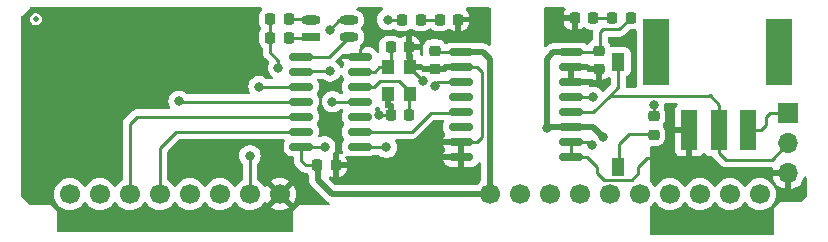
<source format=gbr>
%TF.GenerationSoftware,KiCad,Pcbnew,8.0.4*%
%TF.CreationDate,2024-11-04T15:39:35+01:00*%
%TF.ProjectId,Flipper_Zero_CAN_Module,466c6970-7065-4725-9f5a-65726f5f4341,rev?*%
%TF.SameCoordinates,Original*%
%TF.FileFunction,Copper,L1,Top*%
%TF.FilePolarity,Positive*%
%FSLAX46Y46*%
G04 Gerber Fmt 4.6, Leading zero omitted, Abs format (unit mm)*
G04 Created by KiCad (PCBNEW 8.0.4) date 2024-11-04 15:39:35*
%MOMM*%
%LPD*%
G01*
G04 APERTURE LIST*
G04 Aperture macros list*
%AMRoundRect*
0 Rectangle with rounded corners*
0 $1 Rounding radius*
0 $2 $3 $4 $5 $6 $7 $8 $9 X,Y pos of 4 corners*
0 Add a 4 corners polygon primitive as box body*
4,1,4,$2,$3,$4,$5,$6,$7,$8,$9,$2,$3,0*
0 Add four circle primitives for the rounded corners*
1,1,$1+$1,$2,$3*
1,1,$1+$1,$4,$5*
1,1,$1+$1,$6,$7*
1,1,$1+$1,$8,$9*
0 Add four rect primitives between the rounded corners*
20,1,$1+$1,$2,$3,$4,$5,0*
20,1,$1+$1,$4,$5,$6,$7,0*
20,1,$1+$1,$6,$7,$8,$9,0*
20,1,$1+$1,$8,$9,$2,$3,0*%
G04 Aperture macros list end*
%TA.AperFunction,ComponentPad*%
%ADD10C,1.700000*%
%TD*%
%TA.AperFunction,SMDPad,CuDef*%
%ADD11RoundRect,0.218750X-0.218750X-0.256250X0.218750X-0.256250X0.218750X0.256250X-0.218750X0.256250X0*%
%TD*%
%TA.AperFunction,SMDPad,CuDef*%
%ADD12RoundRect,0.218750X-0.256250X0.218750X-0.256250X-0.218750X0.256250X-0.218750X0.256250X0.218750X0*%
%TD*%
%TA.AperFunction,SMDPad,CuDef*%
%ADD13RoundRect,0.225000X-0.250000X0.225000X-0.250000X-0.225000X0.250000X-0.225000X0.250000X0.225000X0*%
%TD*%
%TA.AperFunction,SMDPad,CuDef*%
%ADD14R,1.100000X1.500000*%
%TD*%
%TA.AperFunction,SMDPad,CuDef*%
%ADD15R,2.300000X5.600000*%
%TD*%
%TA.AperFunction,SMDPad,CuDef*%
%ADD16R,1.400000X3.400000*%
%TD*%
%TA.AperFunction,SMDPad,CuDef*%
%ADD17RoundRect,0.150000X-0.875000X-0.150000X0.875000X-0.150000X0.875000X0.150000X-0.875000X0.150000X0*%
%TD*%
%TA.AperFunction,SMDPad,CuDef*%
%ADD18RoundRect,0.218750X0.218750X0.256250X-0.218750X0.256250X-0.218750X-0.256250X0.218750X-0.256250X0*%
%TD*%
%TA.AperFunction,ComponentPad*%
%ADD19R,1.700000X1.700000*%
%TD*%
%TA.AperFunction,ComponentPad*%
%ADD20O,1.700000X1.700000*%
%TD*%
%TA.AperFunction,SMDPad,CuDef*%
%ADD21RoundRect,0.225000X-0.225000X-0.250000X0.225000X-0.250000X0.225000X0.250000X-0.225000X0.250000X0*%
%TD*%
%TA.AperFunction,SMDPad,CuDef*%
%ADD22R,1.050000X1.300000*%
%TD*%
%TA.AperFunction,SMDPad,CuDef*%
%ADD23C,0.500000*%
%TD*%
%TA.AperFunction,SMDPad,CuDef*%
%ADD24RoundRect,0.225000X0.225000X0.250000X-0.225000X0.250000X-0.225000X-0.250000X0.225000X-0.250000X0*%
%TD*%
%TA.AperFunction,SMDPad,CuDef*%
%ADD25RoundRect,0.150000X0.825000X0.150000X-0.825000X0.150000X-0.825000X-0.150000X0.825000X-0.150000X0*%
%TD*%
%TA.AperFunction,SMDPad,CuDef*%
%ADD26R,1.600000X0.800000*%
%TD*%
%TA.AperFunction,SMDPad,CuDef*%
%ADD27O,1.600000X0.800000*%
%TD*%
%TA.AperFunction,ViaPad*%
%ADD28C,0.800000*%
%TD*%
%TA.AperFunction,Conductor*%
%ADD29C,0.250000*%
%TD*%
%TA.AperFunction,Conductor*%
%ADD30C,0.500000*%
%TD*%
G04 APERTURE END LIST*
D10*
%TO.P,U7,1,5V*%
%TO.N,+5V*%
X115873531Y-87820024D03*
%TO.P,U7,2,A7*%
%TO.N,/Board/SPI_MOSI*%
X118413531Y-87820024D03*
%TO.P,U7,3,A6*%
%TO.N,/Board/SPI_MISO*%
X120953531Y-87820024D03*
%TO.P,U7,4,A4*%
%TO.N,/Board/CAN_FD_1_ChipSelect*%
X123493531Y-87820024D03*
%TO.P,U7,5,B3*%
%TO.N,/Board/SPI_SCK*%
X126033531Y-87820024D03*
%TO.P,U7,6,B2*%
%TO.N,unconnected-(U7-B2-Pad6)*%
X128573531Y-87820024D03*
%TO.P,U7,7,C3*%
%TO.N,/Board/CAN_FD_1_INT*%
X131113531Y-87820024D03*
%TO.P,U7,8,GND*%
%TO.N,GND*%
X133653531Y-87820024D03*
%TO.P,U7,9,3V3*%
%TO.N,+3V3*%
X151433531Y-87820024D03*
%TO.P,U7,10,SWC*%
%TO.N,unconnected-(U7-SWC-Pad10)*%
X153973531Y-87820024D03*
%TO.P,U7,11,GND*%
%TO.N,unconnected-(U7-GND-Pad11)*%
X156513531Y-87820024D03*
%TO.P,U7,12,SIO*%
%TO.N,unconnected-(U7-SIO-Pad12)*%
X159053531Y-87820024D03*
%TO.P,U7,13,TX*%
%TO.N,unconnected-(U7-TX-Pad13)*%
X161593531Y-87820024D03*
%TO.P,U7,14,RX*%
%TO.N,unconnected-(U7-RX-Pad14)*%
X164133531Y-87820024D03*
%TO.P,U7,15,C1*%
%TO.N,unconnected-(U7-C1-Pad15)*%
X166673531Y-87820024D03*
%TO.P,U7,16,C0*%
%TO.N,unconnected-(U7-C0-Pad16)*%
X169213531Y-87820024D03*
%TO.P,U7,17,1W*%
%TO.N,unconnected-(U7-1W-Pad17)*%
X171753531Y-87820024D03*
%TO.P,U7,18,GND*%
%TO.N,unconnected-(U7-GND-Pad18)*%
X174293531Y-87820024D03*
%TD*%
D11*
%TO.P,R3,1*%
%TO.N,+3V3*%
X132812500Y-74550000D03*
%TO.P,R3,2*%
%TO.N,Net-(D3-A1)*%
X134387500Y-74550000D03*
%TD*%
D12*
%TO.P,R15,1*%
%TO.N,/Board/CAN_H_FD_1*%
X165300000Y-81212500D03*
%TO.P,R15,2*%
%TO.N,Net-(R15-Pad2)*%
X165300000Y-82787500D03*
%TD*%
D13*
%TO.P,C9,1*%
%TO.N,+5P*%
X160655000Y-75665000D03*
%TO.P,C9,2*%
%TO.N,GND1*%
X160655000Y-77215000D03*
%TD*%
D11*
%TO.P,D2,1,K*%
%TO.N,GND1*%
X158605000Y-72898000D03*
%TO.P,D2,2,A*%
%TO.N,Net-(D2-A)*%
X160180000Y-72898000D03*
%TD*%
D14*
%TO.P,SW1,1*%
%TO.N,Net-(R15-Pad2)*%
X162290000Y-85500000D03*
%TO.P,SW1,2*%
%TO.N,/Board/CAN_L_FD_1*%
X162290000Y-76600000D03*
%TD*%
D15*
%TO.P,J6,*%
%TO.N,*%
X175950000Y-75800000D03*
X165500000Y-75800000D03*
D16*
%TO.P,J6,1,Pin_1*%
%TO.N,/Board/CAN_H_FD_1*%
X173300000Y-82400000D03*
%TO.P,J6,2,Pin_2*%
%TO.N,/Board/CAN_L_FD_1*%
X170800000Y-82400000D03*
%TO.P,J6,3,Pin_3*%
%TO.N,GND1*%
X168300000Y-82400000D03*
%TD*%
D17*
%TO.P,U4,1,VDD1*%
%TO.N,+3V3*%
X149020000Y-75805000D03*
%TO.P,U4,2,GND1*%
%TO.N,GND*%
X149020000Y-77075000D03*
%TO.P,U4,3,TXD*%
%TO.N,Net-(U2-TXCAN)*%
X149020000Y-78345000D03*
%TO.P,U4,4,NC*%
%TO.N,unconnected-(U4-NC-Pad4)*%
X149020000Y-79615000D03*
%TO.P,U4,5,RXD*%
%TO.N,Net-(U2-RXCAN)*%
X149020000Y-80885000D03*
%TO.P,U4,6,NC*%
%TO.N,unconnected-(U4-NC-Pad6)*%
X149020000Y-82155000D03*
%TO.P,U4,7,GND1*%
%TO.N,GND*%
X149020000Y-83425000D03*
%TO.P,U4,8,GND1*%
X149020000Y-84695000D03*
%TO.P,U4,9,GND2*%
%TO.N,GND1*%
X158320000Y-84695000D03*
%TO.P,U4,10,GND2*%
X158320000Y-83425000D03*
%TO.P,U4,11,VDD2*%
%TO.N,+5P*%
X158320000Y-82155000D03*
%TO.P,U4,12,CANL*%
%TO.N,/Board/CAN_L_FD_1*%
X158320000Y-80885000D03*
%TO.P,U4,13,CANH*%
%TO.N,/Board/CAN_H_FD_1*%
X158320000Y-79615000D03*
%TO.P,U4,14,STB*%
%TO.N,GND1*%
X158320000Y-78345000D03*
%TO.P,U4,15,GND2*%
X158320000Y-77075000D03*
%TO.P,U4,16,VDD2*%
%TO.N,+5P*%
X158320000Y-75805000D03*
%TD*%
D11*
%TO.P,R4,1*%
%TO.N,+3V3*%
X132812500Y-73000000D03*
%TO.P,R4,2*%
%TO.N,Net-(D3-A2)*%
X134387500Y-73000000D03*
%TD*%
D18*
%TO.P,D1,1,K*%
%TO.N,GND*%
X148742500Y-73025000D03*
%TO.P,D1,2,A*%
%TO.N,Net-(D1-A)*%
X147167500Y-73025000D03*
%TD*%
D19*
%TO.P,J1,1,Pin_1*%
%TO.N,/Board/CAN_H_FD_1*%
X176700000Y-80975000D03*
D20*
%TO.P,J1,2,Pin_2*%
%TO.N,/Board/CAN_L_FD_1*%
X176700000Y-83515000D03*
%TO.P,J1,3,Pin_3*%
%TO.N,GND1*%
X176700000Y-86055000D03*
%TD*%
D11*
%TO.P,R1,1*%
%TO.N,+5V*%
X143992500Y-73025000D03*
%TO.P,R1,2*%
%TO.N,Net-(D1-A)*%
X145567500Y-73025000D03*
%TD*%
D18*
%TO.P,R2,1*%
%TO.N,+5P*%
X163347500Y-72888000D03*
%TO.P,R2,2*%
%TO.N,Net-(D2-A)*%
X161772500Y-72888000D03*
%TD*%
D21*
%TO.P,C4,1*%
%TO.N,Net-(U2-OSC1)*%
X143025000Y-75385000D03*
%TO.P,C4,2*%
%TO.N,GND*%
X144575000Y-75385000D03*
%TD*%
D22*
%TO.P,Y1,1,1*%
%TO.N,Net-(U2-OSC2)*%
X144675000Y-79360000D03*
%TO.P,Y1,2,2*%
%TO.N,GND*%
X144675000Y-77060000D03*
%TO.P,Y1,3,3*%
%TO.N,Net-(U2-OSC1)*%
X142820000Y-77060000D03*
%TO.P,Y1,4,4*%
%TO.N,GND*%
X142820000Y-79360000D03*
%TD*%
D23*
%TO.P,FID1,*%
%TO.N,*%
X113000000Y-73000000D03*
%TD*%
D24*
%TO.P,C3,1*%
%TO.N,Net-(U2-OSC2)*%
X144575000Y-81100000D03*
%TO.P,C3,2*%
%TO.N,GND*%
X143025000Y-81100000D03*
%TD*%
D25*
%TO.P,U2,1,TXCAN*%
%TO.N,Net-(U2-TXCAN)*%
X140400000Y-83780000D03*
%TO.P,U2,2,RXCAN*%
%TO.N,Net-(U2-RXCAN)*%
X140400000Y-82510000D03*
%TO.P,U2,3,CLKO*%
%TO.N,unconnected-(U2-CLKO-Pad3)*%
X140400000Y-81240000D03*
%TO.P,U2,4,INT*%
%TO.N,/Board/CAN_FD_1_INT*%
X140400000Y-79970000D03*
%TO.P,U2,5,OSC2*%
%TO.N,Net-(U2-OSC2)*%
X140400000Y-78700000D03*
%TO.P,U2,6,OSC1*%
%TO.N,Net-(U2-OSC1)*%
X140400000Y-77430000D03*
%TO.P,U2,7,VSS*%
%TO.N,GND*%
X140400000Y-76160000D03*
%TO.P,U2,8,INT1*%
%TO.N,/Board/RX_CAN_INT*%
X135450000Y-76160000D03*
%TO.P,U2,9,INT0*%
%TO.N,/Board/TX_CAN_INT*%
X135450000Y-77430000D03*
%TO.P,U2,10,SCK*%
%TO.N,/Board/SPI_SCK*%
X135450000Y-78700000D03*
%TO.P,U2,11,SDI*%
%TO.N,/Board/SPI_MOSI*%
X135450000Y-79970000D03*
%TO.P,U2,12,SDO*%
%TO.N,/Board/SPI_MISO*%
X135450000Y-81240000D03*
%TO.P,U2,13,nCS*%
%TO.N,/Board/CAN_FD_1_ChipSelect*%
X135450000Y-82510000D03*
%TO.P,U2,14,VDD*%
%TO.N,+3V3*%
X135450000Y-83780000D03*
%TD*%
D21*
%TO.P,C1,1*%
%TO.N,+3V3*%
X136825000Y-85360000D03*
%TO.P,C1,2*%
%TO.N,GND*%
X138375000Y-85360000D03*
%TD*%
D26*
%TO.P,D3,1,A1*%
%TO.N,Net-(D3-A1)*%
X136275000Y-74475000D03*
D27*
%TO.P,D3,2,K1*%
%TO.N,/Board/RX_CAN_INT*%
X139475000Y-74475000D03*
%TO.P,D3,3,A2*%
%TO.N,Net-(D3-A2)*%
X136275000Y-73075000D03*
%TO.P,D3,4,K2*%
%TO.N,/Board/TX_CAN_INT*%
X139475000Y-73075000D03*
%TD*%
D13*
%TO.P,C7,1*%
%TO.N,+3V3*%
X146750320Y-75665000D03*
%TO.P,C7,2*%
%TO.N,GND*%
X146750320Y-77215000D03*
%TD*%
D28*
%TO.N,+3V3*%
X133525000Y-77125000D03*
X137450000Y-83800000D03*
%TO.N,GND*%
X140325000Y-85375000D03*
X141475000Y-74475000D03*
X142040000Y-81100000D03*
X145750000Y-78200000D03*
%TO.N,+5P*%
X156286200Y-82169000D03*
X161000000Y-83000000D03*
%TO.N,GND1*%
X156972000Y-72898000D03*
X161100000Y-78500000D03*
X165750000Y-84750000D03*
X163110000Y-74940000D03*
X160050000Y-83650000D03*
X165750000Y-84750000D03*
X163110000Y-74940000D03*
%TO.N,/Board/CAN_H_FD_1*%
X160158400Y-79615000D03*
X165300000Y-80238600D03*
%TO.N,+5V*%
X142773400Y-73025000D03*
%TO.N,Net-(U2-TXCAN)*%
X142671800Y-83845400D03*
X146761200Y-78638400D03*
%TO.N,/Board/CAN_FD_1_INT*%
X131114800Y-84556600D03*
X138099800Y-79984600D03*
%TO.N,/Board/SPI_SCK*%
X131891400Y-78700000D03*
%TO.N,/Board/SPI_MOSI*%
X125120400Y-79959200D03*
%TO.N,/Board/TX_CAN_INT*%
X137900000Y-73874500D03*
X137900000Y-77400000D03*
%TD*%
D29*
%TO.N,+3V3*%
X146890320Y-75805000D02*
X146750320Y-75665000D01*
X135450000Y-84980200D02*
X135450000Y-83780000D01*
X136825000Y-85360000D02*
X135829800Y-85360000D01*
D30*
X150836600Y-75805000D02*
X151433531Y-76401931D01*
D29*
X132812500Y-75787500D02*
X133525000Y-76500000D01*
X135470000Y-83800000D02*
X135450000Y-83780000D01*
D30*
X149020000Y-75805000D02*
X150836600Y-75805000D01*
X136855200Y-86588600D02*
X136855200Y-85390200D01*
D29*
X135829800Y-85360000D02*
X135450000Y-84980200D01*
X137450000Y-83800000D02*
X135470000Y-83800000D01*
X132812500Y-74550000D02*
X132812500Y-75787500D01*
D30*
X138086624Y-87820024D02*
X136855200Y-86588600D01*
X151433531Y-87820024D02*
X138086624Y-87820024D01*
D29*
X136855200Y-85390200D02*
X136825000Y-85360000D01*
X149020000Y-75805000D02*
X146890320Y-75805000D01*
D30*
X151433531Y-76401931D02*
X151433531Y-87820024D01*
D29*
X133525000Y-76500000D02*
X133525000Y-77125000D01*
X132812500Y-73000000D02*
X132812500Y-74550000D01*
%TO.N,GND*%
X145750000Y-78200000D02*
X144675000Y-77125000D01*
X144675000Y-77125000D02*
X144675000Y-77060000D01*
X150725000Y-77500000D02*
X150725000Y-83000000D01*
X149020000Y-77075000D02*
X150300000Y-77075000D01*
X146890320Y-77075000D02*
X146750320Y-77215000D01*
X143025000Y-81100000D02*
X142040000Y-81100000D01*
X149020000Y-83425000D02*
X149020000Y-84695000D01*
X140400000Y-75550000D02*
X141475000Y-74475000D01*
X150300000Y-77075000D02*
X150725000Y-77500000D01*
X138375000Y-85360000D02*
X140310000Y-85360000D01*
X140400000Y-76160000D02*
X140400000Y-75550000D01*
X140310000Y-85360000D02*
X140325000Y-85375000D01*
X150725000Y-83000000D02*
X150300000Y-83425000D01*
X150300000Y-83425000D02*
X149020000Y-83425000D01*
X149020000Y-77075000D02*
X146890320Y-77075000D01*
%TO.N,Net-(U2-OSC2)*%
X142123000Y-78232000D02*
X141655000Y-78700000D01*
X143713200Y-78232000D02*
X142123000Y-78232000D01*
X144675000Y-79360000D02*
X144675000Y-79193800D01*
X141655000Y-78700000D02*
X140400000Y-78700000D01*
X144575000Y-81100000D02*
X144575000Y-79460000D01*
X144575000Y-79460000D02*
X144675000Y-79360000D01*
X144675000Y-79193800D02*
X143713200Y-78232000D01*
%TO.N,Net-(U2-OSC1)*%
X143025000Y-76855000D02*
X142820000Y-77060000D01*
X141695800Y-77430000D02*
X140400000Y-77430000D01*
X142820000Y-77060000D02*
X142065800Y-77060000D01*
X142065800Y-77060000D02*
X141695800Y-77430000D01*
X143025000Y-75385000D02*
X143025000Y-76855000D01*
%TO.N,+5P*%
X160655000Y-75665000D02*
X160782000Y-75538000D01*
X162385500Y-73850000D02*
X163347500Y-72888000D01*
X158320000Y-75805000D02*
X160515000Y-75805000D01*
D30*
X156286200Y-76327000D02*
X156808200Y-75805000D01*
X156808200Y-75805000D02*
X158320000Y-75805000D01*
D29*
X161050000Y-73850000D02*
X162385500Y-73850000D01*
X160782000Y-74118000D02*
X161050000Y-73850000D01*
D30*
X158320000Y-82155000D02*
X160155000Y-82155000D01*
X156286200Y-82169000D02*
X156286200Y-76327000D01*
X158320000Y-82155000D02*
X156300200Y-82155000D01*
D29*
X160515000Y-75805000D02*
X160655000Y-75665000D01*
X156300200Y-82155000D02*
X156286200Y-82169000D01*
D30*
X160155000Y-82155000D02*
X161000000Y-83000000D01*
D29*
X160782000Y-75538000D02*
X160782000Y-74118000D01*
%TO.N,GND1*%
X160655000Y-77215000D02*
X160655000Y-78055000D01*
X158605000Y-72898000D02*
X156972000Y-72898000D01*
X158320000Y-83425000D02*
X158320000Y-84695000D01*
X159695000Y-84695000D02*
X160500000Y-85500000D01*
X158320000Y-77075000D02*
X158320000Y-78345000D01*
X158320000Y-83425000D02*
X159825000Y-83425000D01*
X160500000Y-86000000D02*
X161075000Y-86575000D01*
X160655000Y-78055000D02*
X161100000Y-78500000D01*
X164000000Y-86000000D02*
X164000000Y-85500000D01*
X159892000Y-77215000D02*
X159752000Y-77075000D01*
X158320000Y-84695000D02*
X159695000Y-84695000D01*
X161075000Y-86575000D02*
X163425000Y-86575000D01*
X159825000Y-83425000D02*
X160050000Y-83650000D01*
X164000000Y-85500000D02*
X164750000Y-84750000D01*
X163425000Y-86575000D02*
X164000000Y-86000000D01*
X160655000Y-77215000D02*
X159892000Y-77215000D01*
X160500000Y-85500000D02*
X160500000Y-86000000D01*
X159752000Y-77075000D02*
X158320000Y-77075000D01*
X164750000Y-84750000D02*
X165750000Y-84750000D01*
%TO.N,Net-(D1-A)*%
X145567500Y-73025000D02*
X147167500Y-73025000D01*
%TO.N,Net-(D2-A)*%
X160180000Y-72898000D02*
X161762500Y-72898000D01*
X161762500Y-72898000D02*
X161772500Y-72888000D01*
%TO.N,/Board/CAN_H_FD_1*%
X175158600Y-80975000D02*
X174828200Y-81305400D01*
X160172400Y-79629000D02*
X160158400Y-79615000D01*
X176700000Y-80975000D02*
X175158600Y-80975000D01*
X174368600Y-82400000D02*
X173300000Y-82400000D01*
X158320000Y-79615000D02*
X160158400Y-79615000D01*
X174828200Y-81940400D02*
X174368600Y-82400000D01*
X174828200Y-81305400D02*
X174828200Y-81940400D01*
X165300000Y-80238600D02*
X165300000Y-81212500D01*
%TO.N,/Board/CAN_L_FD_1*%
X176700000Y-83515000D02*
X175328200Y-84886800D01*
X161611400Y-79460000D02*
X162600000Y-79460000D01*
X170800000Y-82400000D02*
X170800000Y-80223600D01*
X170800000Y-80223600D02*
X170027600Y-79451200D01*
X162290000Y-76600000D02*
X162290000Y-78781400D01*
X160186400Y-80885000D02*
X161611400Y-79460000D01*
X170018800Y-79460000D02*
X162600000Y-79460000D01*
X158320000Y-80885000D02*
X160186400Y-80885000D01*
X162290000Y-78781400D02*
X161611400Y-79460000D01*
X170027600Y-79451200D02*
X170018800Y-79460000D01*
X170800000Y-84287600D02*
X170800000Y-82400000D01*
X175328200Y-84886800D02*
X171399200Y-84886800D01*
X171399200Y-84886800D02*
X170800000Y-84287600D01*
%TO.N,+5V*%
X143992500Y-73025000D02*
X142773400Y-73025000D01*
%TO.N,Net-(U2-TXCAN)*%
X147054600Y-78345000D02*
X146761200Y-78638400D01*
X142671800Y-83845400D02*
X140465400Y-83845400D01*
X140465400Y-83845400D02*
X140400000Y-83780000D01*
X149020000Y-78345000D02*
X147054600Y-78345000D01*
%TO.N,Net-(U2-RXCAN)*%
X144820000Y-82510000D02*
X146431000Y-80899000D01*
X149006000Y-80899000D02*
X149020000Y-80885000D01*
X140400000Y-82510000D02*
X144820000Y-82510000D01*
X146431000Y-80899000D02*
X149006000Y-80899000D01*
%TO.N,/Board/CAN_FD_1_INT*%
X140400000Y-79970000D02*
X138114400Y-79970000D01*
X131113531Y-87820024D02*
X131113531Y-84557869D01*
X138114400Y-79970000D02*
X138099800Y-79984600D01*
X131113531Y-84557869D02*
X131114800Y-84556600D01*
%TO.N,/Board/SPI_SCK*%
X131876800Y-78714600D02*
X131891400Y-78700000D01*
X135450000Y-78700000D02*
X131891400Y-78700000D01*
%TO.N,/Board/SPI_MOSI*%
X125120400Y-79959200D02*
X125131200Y-79970000D01*
X125131200Y-79970000D02*
X135450000Y-79970000D01*
%TO.N,/Board/SPI_MISO*%
X121579000Y-81240000D02*
X120953531Y-81865469D01*
X135450000Y-81240000D02*
X121579000Y-81240000D01*
X120953531Y-81865469D02*
X120953531Y-87820024D01*
%TO.N,/Board/CAN_FD_1_ChipSelect*%
X135450000Y-82510000D02*
X124881000Y-82510000D01*
X123493531Y-83897469D02*
X123493531Y-87820024D01*
X124881000Y-82510000D02*
X123493531Y-83897469D01*
%TO.N,Net-(R15-Pad2)*%
X162390000Y-85400000D02*
X162290000Y-85500000D01*
X165240300Y-82727800D02*
X163245800Y-82727800D01*
X165300000Y-82787500D02*
X165240300Y-82727800D01*
X163245800Y-82727800D02*
X162390000Y-83583600D01*
X162390000Y-83583600D02*
X162390000Y-85400000D01*
%TO.N,Net-(D3-A1)*%
X134387500Y-74550000D02*
X136200000Y-74550000D01*
X136200000Y-74550000D02*
X136275000Y-74475000D01*
%TO.N,/Board/RX_CAN_INT*%
X137790000Y-76160000D02*
X135450000Y-76160000D01*
X139475000Y-74475000D02*
X137790000Y-76160000D01*
%TO.N,Net-(D3-A2)*%
X134387500Y-73000000D02*
X136200000Y-73000000D01*
X136200000Y-73000000D02*
X136275000Y-73075000D01*
%TO.N,/Board/TX_CAN_INT*%
X139475000Y-73075000D02*
X138699500Y-73075000D01*
X135480000Y-77400000D02*
X135450000Y-77430000D01*
X138699500Y-73075000D02*
X137900000Y-73874500D01*
X137900000Y-77400000D02*
X135480000Y-77400000D01*
%TD*%
%TA.AperFunction,Conductor*%
%TO.N,GND*%
G36*
X132088005Y-72019685D02*
G01*
X132133760Y-72072489D01*
X132143704Y-72141647D01*
X132114679Y-72205203D01*
X132108647Y-72211681D01*
X132025719Y-72294608D01*
X132025716Y-72294612D01*
X131937455Y-72437704D01*
X131937450Y-72437715D01*
X131929096Y-72462927D01*
X131884564Y-72597315D01*
X131884564Y-72597316D01*
X131884563Y-72597316D01*
X131874500Y-72695818D01*
X131874500Y-73304181D01*
X131884563Y-73402683D01*
X131937450Y-73562284D01*
X131937452Y-73562289D01*
X132028502Y-73709903D01*
X132046942Y-73777295D01*
X132028502Y-73840097D01*
X131937452Y-73987710D01*
X131937450Y-73987715D01*
X131933380Y-73999998D01*
X131884564Y-74147315D01*
X131884564Y-74147316D01*
X131884563Y-74147316D01*
X131874500Y-74245818D01*
X131874500Y-74854181D01*
X131884563Y-74952683D01*
X131937450Y-75112284D01*
X131937455Y-75112295D01*
X132025716Y-75255387D01*
X132025719Y-75255391D01*
X132149716Y-75379388D01*
X132147632Y-75381471D01*
X132180286Y-75427584D01*
X132187000Y-75467832D01*
X132187000Y-75849109D01*
X132192929Y-75878915D01*
X132192929Y-75878917D01*
X132211035Y-75969945D01*
X132211037Y-75969952D01*
X132218284Y-75987448D01*
X132218285Y-75987452D01*
X132218286Y-75987452D01*
X132258185Y-76083780D01*
X132258190Y-76083789D01*
X132292414Y-76135007D01*
X132292415Y-76135009D01*
X132326641Y-76186233D01*
X132418086Y-76277678D01*
X132418108Y-76277698D01*
X132703490Y-76563080D01*
X132736975Y-76624403D01*
X132731991Y-76694095D01*
X132723198Y-76712758D01*
X132697821Y-76756714D01*
X132639327Y-76936740D01*
X132639326Y-76936744D01*
X132619540Y-77125000D01*
X132639326Y-77313256D01*
X132639327Y-77313259D01*
X132697818Y-77493277D01*
X132697821Y-77493284D01*
X132792467Y-77657216D01*
X132919129Y-77797888D01*
X132982015Y-77843577D01*
X132991106Y-77850182D01*
X133033771Y-77905512D01*
X133039750Y-77975125D01*
X133007144Y-78036920D01*
X132946305Y-78071278D01*
X132918220Y-78074500D01*
X132595148Y-78074500D01*
X132528109Y-78054815D01*
X132503000Y-78033474D01*
X132497273Y-78027114D01*
X132497269Y-78027110D01*
X132344134Y-77915851D01*
X132344129Y-77915848D01*
X132171207Y-77838857D01*
X132171202Y-77838855D01*
X132025401Y-77807865D01*
X131986046Y-77799500D01*
X131796754Y-77799500D01*
X131764297Y-77806398D01*
X131611597Y-77838855D01*
X131611592Y-77838857D01*
X131438670Y-77915848D01*
X131438665Y-77915851D01*
X131285529Y-78027111D01*
X131158866Y-78167785D01*
X131064221Y-78331715D01*
X131064218Y-78331722D01*
X131014641Y-78484306D01*
X131005726Y-78511744D01*
X130985940Y-78700000D01*
X131005726Y-78888256D01*
X131005727Y-78888259D01*
X131064218Y-79068277D01*
X131064221Y-79068284D01*
X131116307Y-79158500D01*
X131132780Y-79226401D01*
X131109927Y-79292427D01*
X131055006Y-79335618D01*
X131008920Y-79344500D01*
X125833872Y-79344500D01*
X125766833Y-79324815D01*
X125741722Y-79303472D01*
X125730822Y-79291366D01*
X125726271Y-79286312D01*
X125726270Y-79286311D01*
X125726264Y-79286306D01*
X125573134Y-79175051D01*
X125573129Y-79175048D01*
X125400207Y-79098057D01*
X125400202Y-79098055D01*
X125254401Y-79067065D01*
X125215046Y-79058700D01*
X125025754Y-79058700D01*
X124993297Y-79065598D01*
X124840597Y-79098055D01*
X124840592Y-79098057D01*
X124667670Y-79175048D01*
X124667665Y-79175051D01*
X124514529Y-79286311D01*
X124387866Y-79426985D01*
X124293221Y-79590915D01*
X124293218Y-79590922D01*
X124234727Y-79770940D01*
X124234726Y-79770944D01*
X124214940Y-79959200D01*
X124234726Y-80147456D01*
X124234727Y-80147459D01*
X124293218Y-80327477D01*
X124293220Y-80327481D01*
X124293221Y-80327484D01*
X124319164Y-80372418D01*
X124351543Y-80428501D01*
X124368015Y-80496401D01*
X124345162Y-80562428D01*
X124290240Y-80605618D01*
X124244155Y-80614500D01*
X121517394Y-80614500D01*
X121456971Y-80626518D01*
X121396546Y-80638537D01*
X121382415Y-80644391D01*
X121382414Y-80644390D01*
X121282715Y-80685686D01*
X121272627Y-80692428D01*
X121272626Y-80692429D01*
X121180268Y-80754140D01*
X121151789Y-80782620D01*
X121093142Y-80841267D01*
X120467675Y-81466733D01*
X120467669Y-81466741D01*
X120399221Y-81569177D01*
X120399219Y-81569182D01*
X120352071Y-81683007D01*
X120352066Y-81683023D01*
X120337102Y-81758257D01*
X120328031Y-81803858D01*
X120328031Y-86544797D01*
X120308346Y-86611836D01*
X120275154Y-86646372D01*
X120082128Y-86781529D01*
X119915036Y-86948621D01*
X119785106Y-87134182D01*
X119730529Y-87177807D01*
X119661031Y-87185001D01*
X119598676Y-87153478D01*
X119581956Y-87134182D01*
X119452025Y-86948621D01*
X119284933Y-86781530D01*
X119284926Y-86781525D01*
X119091365Y-86645991D01*
X119091361Y-86645989D01*
X119039031Y-86621587D01*
X118877194Y-86546121D01*
X118877190Y-86546120D01*
X118877186Y-86546118D01*
X118648944Y-86484962D01*
X118648934Y-86484960D01*
X118413532Y-86464365D01*
X118413530Y-86464365D01*
X118178127Y-86484960D01*
X118178117Y-86484962D01*
X117949875Y-86546118D01*
X117949866Y-86546122D01*
X117735702Y-86645988D01*
X117735700Y-86645989D01*
X117542128Y-86781529D01*
X117375036Y-86948621D01*
X117245106Y-87134182D01*
X117190529Y-87177807D01*
X117121031Y-87185001D01*
X117058676Y-87153478D01*
X117041956Y-87134182D01*
X116912025Y-86948621D01*
X116744933Y-86781530D01*
X116744926Y-86781525D01*
X116551365Y-86645991D01*
X116551361Y-86645989D01*
X116499031Y-86621587D01*
X116337194Y-86546121D01*
X116337190Y-86546120D01*
X116337186Y-86546118D01*
X116108944Y-86484962D01*
X116108934Y-86484960D01*
X115873532Y-86464365D01*
X115873530Y-86464365D01*
X115638127Y-86484960D01*
X115638117Y-86484962D01*
X115409875Y-86546118D01*
X115409866Y-86546122D01*
X115195702Y-86645988D01*
X115195700Y-86645989D01*
X115002128Y-86781529D01*
X114835036Y-86948621D01*
X114699496Y-87142193D01*
X114699495Y-87142195D01*
X114599629Y-87356359D01*
X114599625Y-87356368D01*
X114538469Y-87584610D01*
X114538467Y-87584620D01*
X114517872Y-87820023D01*
X114517872Y-87820024D01*
X114538467Y-88055427D01*
X114538469Y-88055437D01*
X114599625Y-88283679D01*
X114599627Y-88283683D01*
X114599628Y-88283687D01*
X114699496Y-88497854D01*
X114835036Y-88691425D01*
X115002130Y-88858519D01*
X115098915Y-88926289D01*
X115195696Y-88994056D01*
X115195698Y-88994057D01*
X115195701Y-88994059D01*
X115409868Y-89093927D01*
X115638123Y-89155087D01*
X115826449Y-89171563D01*
X115873530Y-89175683D01*
X115873531Y-89175683D01*
X115873532Y-89175683D01*
X115920256Y-89171595D01*
X116108939Y-89155087D01*
X116337194Y-89093927D01*
X116551361Y-88994059D01*
X116744932Y-88858519D01*
X116912026Y-88691425D01*
X117041956Y-88505866D01*
X117096533Y-88462241D01*
X117166031Y-88455047D01*
X117228386Y-88486570D01*
X117245106Y-88505866D01*
X117375031Y-88691419D01*
X117375036Y-88691425D01*
X117542130Y-88858519D01*
X117638915Y-88926289D01*
X117735696Y-88994056D01*
X117735698Y-88994057D01*
X117735701Y-88994059D01*
X117949868Y-89093927D01*
X118178123Y-89155087D01*
X118366449Y-89171563D01*
X118413530Y-89175683D01*
X118413531Y-89175683D01*
X118413532Y-89175683D01*
X118460256Y-89171595D01*
X118648939Y-89155087D01*
X118877194Y-89093927D01*
X119091361Y-88994059D01*
X119284932Y-88858519D01*
X119452026Y-88691425D01*
X119581956Y-88505866D01*
X119636533Y-88462241D01*
X119706031Y-88455047D01*
X119768386Y-88486570D01*
X119785106Y-88505866D01*
X119915031Y-88691419D01*
X119915036Y-88691425D01*
X120082130Y-88858519D01*
X120178915Y-88926289D01*
X120275696Y-88994056D01*
X120275698Y-88994057D01*
X120275701Y-88994059D01*
X120489868Y-89093927D01*
X120718123Y-89155087D01*
X120906449Y-89171563D01*
X120953530Y-89175683D01*
X120953531Y-89175683D01*
X120953532Y-89175683D01*
X121000256Y-89171595D01*
X121188939Y-89155087D01*
X121417194Y-89093927D01*
X121631361Y-88994059D01*
X121824932Y-88858519D01*
X121992026Y-88691425D01*
X122121956Y-88505866D01*
X122176533Y-88462241D01*
X122246031Y-88455047D01*
X122308386Y-88486570D01*
X122325106Y-88505866D01*
X122455031Y-88691419D01*
X122455036Y-88691425D01*
X122622130Y-88858519D01*
X122718915Y-88926289D01*
X122815696Y-88994056D01*
X122815698Y-88994057D01*
X122815701Y-88994059D01*
X123029868Y-89093927D01*
X123258123Y-89155087D01*
X123446449Y-89171563D01*
X123493530Y-89175683D01*
X123493531Y-89175683D01*
X123493532Y-89175683D01*
X123540256Y-89171595D01*
X123728939Y-89155087D01*
X123957194Y-89093927D01*
X124171361Y-88994059D01*
X124364932Y-88858519D01*
X124532026Y-88691425D01*
X124661956Y-88505866D01*
X124716533Y-88462241D01*
X124786031Y-88455047D01*
X124848386Y-88486570D01*
X124865106Y-88505866D01*
X124995031Y-88691419D01*
X124995036Y-88691425D01*
X125162130Y-88858519D01*
X125258915Y-88926289D01*
X125355696Y-88994056D01*
X125355698Y-88994057D01*
X125355701Y-88994059D01*
X125569868Y-89093927D01*
X125798123Y-89155087D01*
X125986449Y-89171563D01*
X126033530Y-89175683D01*
X126033531Y-89175683D01*
X126033532Y-89175683D01*
X126080256Y-89171595D01*
X126268939Y-89155087D01*
X126497194Y-89093927D01*
X126711361Y-88994059D01*
X126904932Y-88858519D01*
X127072026Y-88691425D01*
X127201956Y-88505866D01*
X127256533Y-88462241D01*
X127326031Y-88455047D01*
X127388386Y-88486570D01*
X127405106Y-88505866D01*
X127535031Y-88691419D01*
X127535036Y-88691425D01*
X127702130Y-88858519D01*
X127798915Y-88926289D01*
X127895696Y-88994056D01*
X127895698Y-88994057D01*
X127895701Y-88994059D01*
X128109868Y-89093927D01*
X128338123Y-89155087D01*
X128526449Y-89171563D01*
X128573530Y-89175683D01*
X128573531Y-89175683D01*
X128573532Y-89175683D01*
X128620256Y-89171595D01*
X128808939Y-89155087D01*
X129037194Y-89093927D01*
X129251361Y-88994059D01*
X129444932Y-88858519D01*
X129612026Y-88691425D01*
X129741956Y-88505866D01*
X129796533Y-88462241D01*
X129866031Y-88455047D01*
X129928386Y-88486570D01*
X129945106Y-88505866D01*
X130075031Y-88691419D01*
X130075036Y-88691425D01*
X130242130Y-88858519D01*
X130338915Y-88926289D01*
X130435696Y-88994056D01*
X130435698Y-88994057D01*
X130435701Y-88994059D01*
X130649868Y-89093927D01*
X130878123Y-89155087D01*
X131066449Y-89171563D01*
X131113530Y-89175683D01*
X131113531Y-89175683D01*
X131113532Y-89175683D01*
X131160256Y-89171595D01*
X131348939Y-89155087D01*
X131577194Y-89093927D01*
X131791361Y-88994059D01*
X131984932Y-88858519D01*
X132152026Y-88691425D01*
X132282263Y-88505427D01*
X132336838Y-88461804D01*
X132406336Y-88454610D01*
X132468691Y-88486133D01*
X132485411Y-88505429D01*
X132538604Y-88581397D01*
X133170568Y-87949433D01*
X133187606Y-88013017D01*
X133253432Y-88127031D01*
X133346524Y-88220123D01*
X133460538Y-88285949D01*
X133524121Y-88302986D01*
X132892156Y-88934949D01*
X132975952Y-88993623D01*
X133190038Y-89093453D01*
X133190047Y-89093457D01*
X133418204Y-89154591D01*
X133418215Y-89154593D01*
X133653529Y-89175181D01*
X133653533Y-89175181D01*
X133888846Y-89154593D01*
X133888857Y-89154591D01*
X134117014Y-89093457D01*
X134117023Y-89093453D01*
X134331109Y-88993624D01*
X134331113Y-88993622D01*
X134414904Y-88934950D01*
X134414904Y-88934949D01*
X133782940Y-88302986D01*
X133846524Y-88285949D01*
X133960538Y-88220123D01*
X134053630Y-88127031D01*
X134119456Y-88013017D01*
X134136493Y-87949433D01*
X134768456Y-88581397D01*
X134768457Y-88581397D01*
X134827129Y-88497606D01*
X134827131Y-88497602D01*
X134926960Y-88283516D01*
X134926964Y-88283507D01*
X134988098Y-88055350D01*
X134988100Y-88055339D01*
X135008688Y-87820025D01*
X135008688Y-87820022D01*
X134988100Y-87584708D01*
X134988098Y-87584697D01*
X134926964Y-87356540D01*
X134926960Y-87356531D01*
X134827131Y-87142447D01*
X134827130Y-87142445D01*
X134768456Y-87058650D01*
X134768456Y-87058649D01*
X134136493Y-87690613D01*
X134119456Y-87627031D01*
X134053630Y-87513017D01*
X133960538Y-87419925D01*
X133846524Y-87354099D01*
X133782941Y-87337061D01*
X134414904Y-86705097D01*
X134414904Y-86705096D01*
X134331114Y-86646426D01*
X134331110Y-86646424D01*
X134117023Y-86546594D01*
X134117014Y-86546590D01*
X133888857Y-86485456D01*
X133888846Y-86485454D01*
X133653533Y-86464867D01*
X133653529Y-86464867D01*
X133418215Y-86485454D01*
X133418204Y-86485456D01*
X133190047Y-86546590D01*
X133190038Y-86546594D01*
X132975950Y-86646425D01*
X132892156Y-86705096D01*
X133524121Y-87337061D01*
X133460538Y-87354099D01*
X133346524Y-87419925D01*
X133253432Y-87513017D01*
X133187606Y-87627031D01*
X133170568Y-87690613D01*
X132538604Y-87058650D01*
X132485412Y-87134618D01*
X132430835Y-87178243D01*
X132361337Y-87185437D01*
X132298982Y-87153915D01*
X132282261Y-87134618D01*
X132152025Y-86948621D01*
X131984933Y-86781530D01*
X131984932Y-86781529D01*
X131814967Y-86662518D01*
X131791907Y-86646371D01*
X131748282Y-86591794D01*
X131739031Y-86544796D01*
X131739031Y-85256696D01*
X131758716Y-85189657D01*
X131770881Y-85173724D01*
X131780851Y-85162651D01*
X131847333Y-85088816D01*
X131941979Y-84924884D01*
X132000474Y-84744856D01*
X132020260Y-84556600D01*
X132000474Y-84368344D01*
X131945912Y-84200423D01*
X131941981Y-84188322D01*
X131941980Y-84188321D01*
X131941979Y-84188316D01*
X131847333Y-84024384D01*
X131720671Y-83883712D01*
X131720670Y-83883711D01*
X131567534Y-83772451D01*
X131567529Y-83772448D01*
X131394607Y-83695457D01*
X131394602Y-83695455D01*
X131248801Y-83664465D01*
X131209446Y-83656100D01*
X131020154Y-83656100D01*
X130987697Y-83662998D01*
X130834997Y-83695455D01*
X130834992Y-83695457D01*
X130662070Y-83772448D01*
X130662065Y-83772451D01*
X130508929Y-83883711D01*
X130382266Y-84024385D01*
X130287621Y-84188315D01*
X130287618Y-84188322D01*
X130231597Y-84360738D01*
X130229126Y-84368344D01*
X130209340Y-84556600D01*
X130229126Y-84744856D01*
X130229127Y-84744859D01*
X130287618Y-84924877D01*
X130287621Y-84924884D01*
X130382264Y-85088812D01*
X130382265Y-85088814D01*
X130382267Y-85088816D01*
X130456182Y-85170906D01*
X130486411Y-85233896D01*
X130488031Y-85253877D01*
X130488031Y-86544797D01*
X130468346Y-86611836D01*
X130435154Y-86646372D01*
X130242128Y-86781529D01*
X130075036Y-86948621D01*
X129945106Y-87134182D01*
X129890529Y-87177807D01*
X129821031Y-87185001D01*
X129758676Y-87153478D01*
X129741956Y-87134182D01*
X129612025Y-86948621D01*
X129444933Y-86781530D01*
X129444926Y-86781525D01*
X129251365Y-86645991D01*
X129251361Y-86645989D01*
X129199031Y-86621587D01*
X129037194Y-86546121D01*
X129037190Y-86546120D01*
X129037186Y-86546118D01*
X128808944Y-86484962D01*
X128808934Y-86484960D01*
X128573532Y-86464365D01*
X128573530Y-86464365D01*
X128338127Y-86484960D01*
X128338117Y-86484962D01*
X128109875Y-86546118D01*
X128109866Y-86546122D01*
X127895702Y-86645988D01*
X127895700Y-86645989D01*
X127702128Y-86781529D01*
X127535036Y-86948621D01*
X127405106Y-87134182D01*
X127350529Y-87177807D01*
X127281031Y-87185001D01*
X127218676Y-87153478D01*
X127201956Y-87134182D01*
X127072025Y-86948621D01*
X126904933Y-86781530D01*
X126904926Y-86781525D01*
X126711365Y-86645991D01*
X126711361Y-86645989D01*
X126659031Y-86621587D01*
X126497194Y-86546121D01*
X126497190Y-86546120D01*
X126497186Y-86546118D01*
X126268944Y-86484962D01*
X126268934Y-86484960D01*
X126033532Y-86464365D01*
X126033530Y-86464365D01*
X125798127Y-86484960D01*
X125798117Y-86484962D01*
X125569875Y-86546118D01*
X125569866Y-86546122D01*
X125355702Y-86645988D01*
X125355700Y-86645989D01*
X125162128Y-86781529D01*
X124995036Y-86948621D01*
X124865106Y-87134182D01*
X124810529Y-87177807D01*
X124741031Y-87185001D01*
X124678676Y-87153478D01*
X124661956Y-87134182D01*
X124532025Y-86948621D01*
X124364933Y-86781530D01*
X124364932Y-86781529D01*
X124194967Y-86662518D01*
X124171907Y-86646371D01*
X124128282Y-86591794D01*
X124119031Y-86544796D01*
X124119031Y-84207921D01*
X124138716Y-84140882D01*
X124155350Y-84120240D01*
X125103772Y-83171819D01*
X125165095Y-83138334D01*
X125191453Y-83135500D01*
X133944308Y-83135500D01*
X134011347Y-83155185D01*
X134057102Y-83207989D01*
X134067046Y-83277147D01*
X134051041Y-83322620D01*
X134023254Y-83369605D01*
X134023254Y-83369606D01*
X133977402Y-83527426D01*
X133977401Y-83527432D01*
X133974500Y-83564298D01*
X133974500Y-83995701D01*
X133977401Y-84032567D01*
X133977402Y-84032573D01*
X134023254Y-84190393D01*
X134023255Y-84190396D01*
X134106917Y-84331862D01*
X134106923Y-84331870D01*
X134223129Y-84448076D01*
X134223133Y-84448079D01*
X134223135Y-84448081D01*
X134364602Y-84531744D01*
X134406224Y-84543836D01*
X134522426Y-84577597D01*
X134522429Y-84577597D01*
X134522431Y-84577598D01*
X134559306Y-84580500D01*
X134700500Y-84580500D01*
X134767539Y-84600185D01*
X134813294Y-84652989D01*
X134824500Y-84704500D01*
X134824500Y-85041811D01*
X134848535Y-85162644D01*
X134848540Y-85162661D01*
X134895685Y-85276481D01*
X134895689Y-85276488D01*
X134910324Y-85298389D01*
X134910325Y-85298394D01*
X134910327Y-85298394D01*
X134964141Y-85378932D01*
X134964144Y-85378936D01*
X135055586Y-85470378D01*
X135055608Y-85470398D01*
X135340816Y-85755606D01*
X135340845Y-85755637D01*
X135431063Y-85845855D01*
X135431067Y-85845858D01*
X135533507Y-85914307D01*
X135533516Y-85914312D01*
X135554539Y-85923020D01*
X135647348Y-85961463D01*
X135707771Y-85973481D01*
X135768193Y-85985500D01*
X135768194Y-85985500D01*
X135909996Y-85985500D01*
X135977035Y-86005185D01*
X136015535Y-86044404D01*
X136027031Y-86063043D01*
X136068381Y-86104393D01*
X136101866Y-86165716D01*
X136104700Y-86192074D01*
X136104700Y-86662518D01*
X136104700Y-86662520D01*
X136104699Y-86662520D01*
X136133540Y-86807507D01*
X136133542Y-86807513D01*
X136190116Y-86944095D01*
X136193134Y-86948611D01*
X136193138Y-86948625D01*
X136193142Y-86948623D01*
X136266657Y-87058649D01*
X136272251Y-87067020D01*
X136272252Y-87067021D01*
X137503673Y-88298440D01*
X137608208Y-88402975D01*
X137608211Y-88402977D01*
X137608212Y-88402978D01*
X137731118Y-88485101D01*
X137731120Y-88485102D01*
X137731129Y-88485108D01*
X137761899Y-88497853D01*
X137761900Y-88497854D01*
X137761901Y-88497854D01*
X137781243Y-88505866D01*
X137794698Y-88511439D01*
X137849101Y-88555280D01*
X137871166Y-88621574D01*
X137853887Y-88689274D01*
X137802749Y-88736884D01*
X137747245Y-88750000D01*
X135249999Y-88750000D01*
X134750000Y-89249999D01*
X134750000Y-90876000D01*
X134730315Y-90943039D01*
X134677511Y-90988794D01*
X134626000Y-91000000D01*
X114874000Y-91000000D01*
X114806961Y-90980315D01*
X114761206Y-90927511D01*
X114750000Y-90876000D01*
X114750000Y-89250000D01*
X114250000Y-88750000D01*
X112551362Y-88750000D01*
X112484323Y-88730315D01*
X112463681Y-88713681D01*
X111786319Y-88036319D01*
X111752834Y-87974996D01*
X111750000Y-87948638D01*
X111750000Y-73000000D01*
X112494353Y-73000000D01*
X112514834Y-73142456D01*
X112574622Y-73273371D01*
X112574623Y-73273373D01*
X112668872Y-73382143D01*
X112789947Y-73459953D01*
X112789950Y-73459954D01*
X112789949Y-73459954D01*
X112928036Y-73500499D01*
X112928038Y-73500500D01*
X112928039Y-73500500D01*
X113071962Y-73500500D01*
X113071962Y-73500499D01*
X113210053Y-73459953D01*
X113331128Y-73382143D01*
X113425377Y-73273373D01*
X113485165Y-73142457D01*
X113505647Y-73000000D01*
X113485165Y-72857543D01*
X113425377Y-72726627D01*
X113331128Y-72617857D01*
X113210053Y-72540047D01*
X113210051Y-72540046D01*
X113210049Y-72540045D01*
X113210050Y-72540045D01*
X113071963Y-72499500D01*
X113071961Y-72499500D01*
X112928039Y-72499500D01*
X112928036Y-72499500D01*
X112789949Y-72540045D01*
X112668873Y-72617856D01*
X112574623Y-72726626D01*
X112574622Y-72726628D01*
X112514834Y-72857543D01*
X112494353Y-73000000D01*
X111750000Y-73000000D01*
X111750000Y-72801362D01*
X111769685Y-72734323D01*
X111786319Y-72713681D01*
X112463681Y-72036319D01*
X112525004Y-72002834D01*
X112551362Y-72000000D01*
X132020966Y-72000000D01*
X132088005Y-72019685D01*
G37*
%TD.AperFunction*%
%TA.AperFunction,Conductor*%
G36*
X138904913Y-77717343D02*
G01*
X138951168Y-77769709D01*
X138957944Y-77787696D01*
X138973254Y-77840393D01*
X138973255Y-77840396D01*
X138973256Y-77840398D01*
X138988008Y-77865343D01*
X139056917Y-77981862D01*
X139061702Y-77988031D01*
X139059256Y-77989927D01*
X139085857Y-78038642D01*
X139080873Y-78108334D01*
X139060069Y-78140703D01*
X139061702Y-78141969D01*
X139056917Y-78148137D01*
X138973255Y-78289603D01*
X138973254Y-78289606D01*
X138927402Y-78447426D01*
X138927401Y-78447432D01*
X138924500Y-78484298D01*
X138924500Y-78915701D01*
X138927401Y-78952567D01*
X138927402Y-78952573D01*
X138973254Y-79110393D01*
X138973254Y-79110394D01*
X138973255Y-79110396D01*
X138973256Y-79110398D01*
X138980979Y-79123457D01*
X139001041Y-79157380D01*
X139018222Y-79225104D01*
X138996062Y-79291366D01*
X138941596Y-79335129D01*
X138894308Y-79344500D01*
X138789685Y-79344500D01*
X138722646Y-79324815D01*
X138706714Y-79312651D01*
X138705669Y-79311710D01*
X138552534Y-79200451D01*
X138552529Y-79200448D01*
X138379607Y-79123457D01*
X138379602Y-79123455D01*
X138233801Y-79092465D01*
X138194446Y-79084100D01*
X138005154Y-79084100D01*
X137972697Y-79090998D01*
X137819997Y-79123455D01*
X137819992Y-79123457D01*
X137647070Y-79200448D01*
X137647065Y-79200451D01*
X137493929Y-79311711D01*
X137367266Y-79452385D01*
X137272621Y-79616315D01*
X137272618Y-79616322D01*
X137222380Y-79770940D01*
X137214126Y-79796344D01*
X137194340Y-79984600D01*
X137214126Y-80172856D01*
X137214127Y-80172859D01*
X137272618Y-80352877D01*
X137272621Y-80352884D01*
X137367267Y-80516816D01*
X137482136Y-80644391D01*
X137493929Y-80657488D01*
X137647065Y-80768748D01*
X137647070Y-80768751D01*
X137819992Y-80845742D01*
X137819997Y-80845744D01*
X138005154Y-80885100D01*
X138005155Y-80885100D01*
X138194444Y-80885100D01*
X138194446Y-80885100D01*
X138379603Y-80845744D01*
X138552530Y-80768751D01*
X138705671Y-80657488D01*
X138724543Y-80636528D01*
X138784028Y-80599880D01*
X138816693Y-80595500D01*
X138894308Y-80595500D01*
X138961347Y-80615185D01*
X139007102Y-80667989D01*
X139017046Y-80737147D01*
X139001041Y-80782620D01*
X138973254Y-80829605D01*
X138973254Y-80829606D01*
X138927402Y-80987426D01*
X138927401Y-80987432D01*
X138924500Y-81024298D01*
X138924500Y-81455701D01*
X138927401Y-81492567D01*
X138927402Y-81492573D01*
X138973254Y-81650393D01*
X138973255Y-81650396D01*
X139056917Y-81791862D01*
X139061702Y-81798031D01*
X139059256Y-81799927D01*
X139085857Y-81848642D01*
X139080873Y-81918334D01*
X139060069Y-81950703D01*
X139061702Y-81951969D01*
X139056917Y-81958137D01*
X138973255Y-82099603D01*
X138973254Y-82099606D01*
X138927402Y-82257426D01*
X138927401Y-82257432D01*
X138924500Y-82294298D01*
X138924500Y-82725701D01*
X138927401Y-82762567D01*
X138927402Y-82762573D01*
X138973254Y-82920393D01*
X138973255Y-82920396D01*
X138973256Y-82920398D01*
X138984172Y-82938856D01*
X139056917Y-83061862D01*
X139061702Y-83068031D01*
X139059256Y-83069927D01*
X139085857Y-83118642D01*
X139080873Y-83188334D01*
X139060069Y-83220703D01*
X139061702Y-83221969D01*
X139056917Y-83228137D01*
X138973255Y-83369603D01*
X138973254Y-83369606D01*
X138927402Y-83527426D01*
X138927401Y-83527432D01*
X138924500Y-83564298D01*
X138924500Y-83995701D01*
X138927401Y-84032567D01*
X138927402Y-84032573D01*
X138973254Y-84190393D01*
X138973254Y-84190394D01*
X139010327Y-84253082D01*
X139027509Y-84320806D01*
X139005348Y-84387068D01*
X138950882Y-84430831D01*
X138881402Y-84438200D01*
X138864590Y-84433908D01*
X138747607Y-84395144D01*
X138648322Y-84385000D01*
X138625000Y-84385000D01*
X138625000Y-85110000D01*
X139324999Y-85110000D01*
X139324999Y-85061692D01*
X139324998Y-85061677D01*
X139314855Y-84962392D01*
X139309092Y-84945001D01*
X147497704Y-84945001D01*
X147497899Y-84947486D01*
X147543718Y-85105198D01*
X147627314Y-85246552D01*
X147627321Y-85246561D01*
X147743438Y-85362678D01*
X147743447Y-85362685D01*
X147884803Y-85446282D01*
X147884806Y-85446283D01*
X148042504Y-85492099D01*
X148042510Y-85492100D01*
X148079350Y-85494999D01*
X148079366Y-85495000D01*
X148770000Y-85495000D01*
X148770000Y-84945000D01*
X147497705Y-84945000D01*
X147497704Y-84945001D01*
X139309092Y-84945001D01*
X139261547Y-84801518D01*
X139261544Y-84801511D01*
X139216233Y-84728052D01*
X139197792Y-84660659D01*
X139218714Y-84593996D01*
X139272356Y-84549226D01*
X139341686Y-84540564D01*
X139356366Y-84543878D01*
X139472426Y-84577597D01*
X139472429Y-84577597D01*
X139472431Y-84577598D01*
X139509306Y-84580500D01*
X139509314Y-84580500D01*
X141290686Y-84580500D01*
X141290694Y-84580500D01*
X141327569Y-84577598D01*
X141327571Y-84577597D01*
X141327573Y-84577597D01*
X141369191Y-84565505D01*
X141485398Y-84531744D01*
X141559081Y-84488167D01*
X141622202Y-84470900D01*
X141968052Y-84470900D01*
X142035091Y-84490585D01*
X142060200Y-84511926D01*
X142065926Y-84518285D01*
X142065930Y-84518289D01*
X142219065Y-84629548D01*
X142219070Y-84629551D01*
X142391992Y-84706542D01*
X142391997Y-84706544D01*
X142577154Y-84745900D01*
X142577155Y-84745900D01*
X142766444Y-84745900D01*
X142766446Y-84745900D01*
X142951603Y-84706544D01*
X143124530Y-84629551D01*
X143277671Y-84518288D01*
X143404333Y-84377616D01*
X143498979Y-84213684D01*
X143557474Y-84033656D01*
X143577260Y-83845400D01*
X143559351Y-83675001D01*
X147497704Y-83675001D01*
X147497899Y-83677486D01*
X147543718Y-83835198D01*
X147627314Y-83976552D01*
X147632100Y-83982722D01*
X147629753Y-83984542D01*
X147656564Y-84033642D01*
X147651580Y-84103334D01*
X147630541Y-84136069D01*
X147632100Y-84137278D01*
X147627314Y-84143447D01*
X147543718Y-84284801D01*
X147497899Y-84442513D01*
X147497704Y-84444998D01*
X147497705Y-84445000D01*
X148770000Y-84445000D01*
X148770000Y-83675000D01*
X147497705Y-83675000D01*
X147497704Y-83675001D01*
X143559351Y-83675001D01*
X143557474Y-83657144D01*
X143498979Y-83477116D01*
X143409134Y-83321499D01*
X143392662Y-83253599D01*
X143415515Y-83187572D01*
X143470437Y-83144382D01*
X143516522Y-83135500D01*
X144881607Y-83135500D01*
X144942029Y-83123481D01*
X145002452Y-83111463D01*
X145002455Y-83111461D01*
X145002458Y-83111461D01*
X145035787Y-83097654D01*
X145035786Y-83097654D01*
X145035792Y-83097652D01*
X145116286Y-83064312D01*
X145188814Y-83015849D01*
X145218733Y-82995858D01*
X145305858Y-82908733D01*
X145305859Y-82908731D01*
X145312925Y-82901665D01*
X145312927Y-82901661D01*
X146653771Y-81560819D01*
X146715094Y-81527334D01*
X146741452Y-81524500D01*
X147456029Y-81524500D01*
X147523068Y-81544185D01*
X147568823Y-81596989D01*
X147578767Y-81666147D01*
X147562761Y-81711621D01*
X147543255Y-81744603D01*
X147543254Y-81744606D01*
X147497402Y-81902426D01*
X147497401Y-81902432D01*
X147494500Y-81939298D01*
X147494500Y-82370701D01*
X147497401Y-82407567D01*
X147497402Y-82407573D01*
X147543254Y-82565393D01*
X147543255Y-82565396D01*
X147626917Y-82706862D01*
X147631702Y-82713031D01*
X147629369Y-82714840D01*
X147656210Y-82763995D01*
X147651226Y-82833687D01*
X147630470Y-82866021D01*
X147632097Y-82867283D01*
X147627313Y-82873449D01*
X147543718Y-83014801D01*
X147497899Y-83172513D01*
X147497704Y-83174998D01*
X147497705Y-83175000D01*
X149146000Y-83175000D01*
X149213039Y-83194685D01*
X149258794Y-83247489D01*
X149270000Y-83299000D01*
X149270000Y-85495000D01*
X149960634Y-85495000D01*
X149960649Y-85494999D01*
X149997489Y-85492100D01*
X149997495Y-85492099D01*
X150155193Y-85446283D01*
X150155196Y-85446282D01*
X150296552Y-85362685D01*
X150296561Y-85362678D01*
X150412678Y-85246561D01*
X150412684Y-85246552D01*
X150452299Y-85179569D01*
X150503368Y-85131886D01*
X150572110Y-85119382D01*
X150636699Y-85146027D01*
X150676629Y-85203363D01*
X150683031Y-85242690D01*
X150683031Y-86632322D01*
X150663346Y-86699361D01*
X150630156Y-86733896D01*
X150562126Y-86781531D01*
X150395036Y-86948621D01*
X150347405Y-87016647D01*
X150292828Y-87060272D01*
X150245830Y-87069524D01*
X138448853Y-87069524D01*
X138381814Y-87049839D01*
X138361172Y-87033205D01*
X137849539Y-86521571D01*
X137816054Y-86460248D01*
X137821038Y-86390556D01*
X137862910Y-86334623D01*
X137928374Y-86310206D01*
X137976225Y-86316184D01*
X138002394Y-86324856D01*
X138101683Y-86334999D01*
X138625000Y-86334999D01*
X138648308Y-86334999D01*
X138648322Y-86334998D01*
X138747607Y-86324855D01*
X138908481Y-86271547D01*
X138908492Y-86271542D01*
X139052728Y-86182575D01*
X139052732Y-86182572D01*
X139172572Y-86062732D01*
X139172575Y-86062728D01*
X139261542Y-85918492D01*
X139261547Y-85918481D01*
X139314855Y-85757606D01*
X139324999Y-85658322D01*
X139325000Y-85658309D01*
X139325000Y-85610000D01*
X138625000Y-85610000D01*
X138625000Y-86334999D01*
X138101683Y-86334999D01*
X138125000Y-86334998D01*
X138125000Y-84443711D01*
X138144685Y-84376672D01*
X138156847Y-84360742D01*
X138182533Y-84332216D01*
X138277179Y-84168284D01*
X138335674Y-83988256D01*
X138355460Y-83800000D01*
X138335674Y-83611744D01*
X138277179Y-83431716D01*
X138182533Y-83267784D01*
X138055871Y-83127112D01*
X138055870Y-83127111D01*
X137902732Y-83015850D01*
X137902729Y-83015848D01*
X137729807Y-82938857D01*
X137729802Y-82938855D01*
X137584001Y-82907865D01*
X137544646Y-82899500D01*
X137355354Y-82899500D01*
X137322897Y-82906398D01*
X137170197Y-82938855D01*
X137170192Y-82938857D01*
X137071027Y-82983009D01*
X137001777Y-82992294D01*
X136938500Y-82962666D01*
X136901287Y-82903531D01*
X136901514Y-82835136D01*
X136922598Y-82762569D01*
X136925500Y-82725694D01*
X136925500Y-82294306D01*
X136922598Y-82257431D01*
X136876744Y-82099602D01*
X136793081Y-81958135D01*
X136793078Y-81958132D01*
X136788298Y-81951969D01*
X136790750Y-81950066D01*
X136764155Y-81901421D01*
X136769104Y-81831726D01*
X136789940Y-81799304D01*
X136788298Y-81798031D01*
X136793075Y-81791870D01*
X136793081Y-81791865D01*
X136876744Y-81650398D01*
X136913321Y-81524500D01*
X136922597Y-81492573D01*
X136922598Y-81492567D01*
X136925500Y-81455694D01*
X136925500Y-81024306D01*
X136922598Y-80987431D01*
X136907531Y-80935572D01*
X136882022Y-80847769D01*
X136876744Y-80829602D01*
X136793081Y-80688135D01*
X136793078Y-80688132D01*
X136788298Y-80681969D01*
X136790750Y-80680066D01*
X136764155Y-80631421D01*
X136769104Y-80561726D01*
X136789940Y-80529304D01*
X136788298Y-80528031D01*
X136793075Y-80521870D01*
X136793081Y-80521865D01*
X136876744Y-80380398D01*
X136913952Y-80252328D01*
X136922597Y-80222573D01*
X136922598Y-80222567D01*
X136925499Y-80185701D01*
X136925500Y-80185694D01*
X136925500Y-79754306D01*
X136922598Y-79717431D01*
X136876744Y-79559602D01*
X136793081Y-79418135D01*
X136793078Y-79418132D01*
X136788298Y-79411969D01*
X136790750Y-79410066D01*
X136764155Y-79361421D01*
X136769104Y-79291726D01*
X136789940Y-79259304D01*
X136788298Y-79258031D01*
X136793075Y-79251870D01*
X136793081Y-79251865D01*
X136876744Y-79110398D01*
X136910505Y-78994191D01*
X136922597Y-78952573D01*
X136922598Y-78952567D01*
X136925499Y-78915701D01*
X136925500Y-78915694D01*
X136925500Y-78484306D01*
X136922598Y-78447431D01*
X136876744Y-78289602D01*
X136855109Y-78253019D01*
X136831218Y-78212620D01*
X136814035Y-78144896D01*
X136836195Y-78078634D01*
X136890662Y-78034871D01*
X136937950Y-78025500D01*
X137196252Y-78025500D01*
X137263291Y-78045185D01*
X137288400Y-78066526D01*
X137294126Y-78072885D01*
X137294130Y-78072889D01*
X137447265Y-78184148D01*
X137447270Y-78184151D01*
X137620192Y-78261142D01*
X137620197Y-78261144D01*
X137805354Y-78300500D01*
X137805355Y-78300500D01*
X137994644Y-78300500D01*
X137994646Y-78300500D01*
X138179803Y-78261144D01*
X138352730Y-78184151D01*
X138505871Y-78072888D01*
X138632533Y-77932216D01*
X138727179Y-77768284D01*
X138727179Y-77768282D01*
X138730428Y-77762656D01*
X138732426Y-77763809D01*
X138770840Y-77718618D01*
X138837689Y-77698297D01*
X138904913Y-77717343D01*
G37*
%TD.AperFunction*%
%TA.AperFunction,Conductor*%
G36*
X143013039Y-79129685D02*
G01*
X143058794Y-79182489D01*
X143070000Y-79234000D01*
X143070000Y-80082000D01*
X143151000Y-80082000D01*
X143218039Y-80101685D01*
X143263794Y-80154489D01*
X143275000Y-80206000D01*
X143275000Y-81226000D01*
X143255315Y-81293039D01*
X143202511Y-81338794D01*
X143151000Y-81350000D01*
X142899000Y-81350000D01*
X142831961Y-81330315D01*
X142786206Y-81277511D01*
X142775000Y-81226000D01*
X142775000Y-80553000D01*
X142694000Y-80553000D01*
X142626961Y-80533315D01*
X142581206Y-80480511D01*
X142570000Y-80429000D01*
X142570000Y-79234000D01*
X142589685Y-79166961D01*
X142642489Y-79121206D01*
X142694000Y-79110000D01*
X142946000Y-79110000D01*
X143013039Y-79129685D01*
G37*
%TD.AperFunction*%
%TA.AperFunction,Conductor*%
G36*
X141976911Y-80396460D02*
G01*
X142052907Y-80453351D01*
X142059251Y-80456815D01*
X142108657Y-80506219D01*
X142123510Y-80574491D01*
X142117532Y-80604652D01*
X142085144Y-80702392D01*
X142075000Y-80801677D01*
X142075000Y-80812834D01*
X142055315Y-80879873D01*
X142002511Y-80925628D01*
X141933353Y-80935572D01*
X141869797Y-80906547D01*
X141832023Y-80847769D01*
X141831924Y-80847430D01*
X141826745Y-80829604D01*
X141826744Y-80829603D01*
X141826744Y-80829602D01*
X141743081Y-80688135D01*
X141743078Y-80688132D01*
X141738298Y-80681969D01*
X141740750Y-80680066D01*
X141714155Y-80631421D01*
X141719104Y-80561726D01*
X141739940Y-80529304D01*
X141738298Y-80528031D01*
X141743073Y-80521872D01*
X141743081Y-80521865D01*
X141795870Y-80432603D01*
X141846936Y-80384922D01*
X141915678Y-80372418D01*
X141976911Y-80396460D01*
G37*
%TD.AperFunction*%
%TA.AperFunction,Conductor*%
G36*
X145851314Y-77799842D02*
G01*
X145897427Y-77843577D01*
X145927746Y-77892731D01*
X146002576Y-77967561D01*
X146036061Y-78028884D01*
X146031077Y-78098576D01*
X146022282Y-78117241D01*
X145934023Y-78270110D01*
X145934018Y-78270122D01*
X145874403Y-78453599D01*
X145834965Y-78511275D01*
X145770607Y-78538473D01*
X145701760Y-78526558D01*
X145650285Y-78479314D01*
X145647640Y-78474708D01*
X145643795Y-78467666D01*
X145557547Y-78352455D01*
X145499437Y-78308953D01*
X145457567Y-78253019D01*
X145452583Y-78183327D01*
X145486069Y-78122004D01*
X145499439Y-78110420D01*
X145557189Y-78067188D01*
X145557190Y-78067187D01*
X145643350Y-77952093D01*
X145643355Y-77952084D01*
X145675707Y-77865343D01*
X145717577Y-77809409D01*
X145783041Y-77784991D01*
X145851314Y-77799842D01*
G37*
%TD.AperFunction*%
%TA.AperFunction,Conductor*%
G36*
X142345291Y-72019685D02*
G01*
X142391046Y-72072489D01*
X142400990Y-72141647D01*
X142371965Y-72205203D01*
X142328690Y-72237278D01*
X142325809Y-72238561D01*
X142320667Y-72240850D01*
X142320665Y-72240851D01*
X142167529Y-72352111D01*
X142040866Y-72492785D01*
X141946221Y-72656715D01*
X141946218Y-72656722D01*
X141899222Y-72801362D01*
X141887726Y-72836744D01*
X141867940Y-73025000D01*
X141887726Y-73213256D01*
X141887727Y-73213259D01*
X141946218Y-73393277D01*
X141946221Y-73393284D01*
X142040867Y-73557216D01*
X142123544Y-73649038D01*
X142167529Y-73697888D01*
X142320665Y-73809148D01*
X142320670Y-73809151D01*
X142493592Y-73886142D01*
X142493597Y-73886144D01*
X142678754Y-73925500D01*
X142678755Y-73925500D01*
X142868044Y-73925500D01*
X142868046Y-73925500D01*
X143053203Y-73886144D01*
X143188648Y-73825838D01*
X143257897Y-73816554D01*
X143318752Y-73845048D01*
X143318946Y-73844803D01*
X143319987Y-73845626D01*
X143321174Y-73846182D01*
X143323739Y-73848593D01*
X143324612Y-73849283D01*
X143467704Y-73937544D01*
X143467707Y-73937545D01*
X143467713Y-73937549D01*
X143627315Y-73990436D01*
X143725826Y-74000500D01*
X143725831Y-74000500D01*
X144259169Y-74000500D01*
X144259174Y-74000500D01*
X144357685Y-73990436D01*
X144517287Y-73937549D01*
X144660391Y-73849281D01*
X144692319Y-73817353D01*
X144753642Y-73783868D01*
X144823334Y-73788852D01*
X144867681Y-73817353D01*
X144899608Y-73849280D01*
X144899612Y-73849283D01*
X145042704Y-73937544D01*
X145042707Y-73937545D01*
X145042713Y-73937549D01*
X145202315Y-73990436D01*
X145300826Y-74000500D01*
X145300831Y-74000500D01*
X145834169Y-74000500D01*
X145834174Y-74000500D01*
X145932685Y-73990436D01*
X146092287Y-73937549D01*
X146235391Y-73849281D01*
X146279819Y-73804853D01*
X146341142Y-73771368D01*
X146410834Y-73776352D01*
X146455181Y-73804853D01*
X146499608Y-73849280D01*
X146499612Y-73849283D01*
X146642704Y-73937544D01*
X146642707Y-73937545D01*
X146642713Y-73937549D01*
X146802315Y-73990436D01*
X146900826Y-74000500D01*
X146900831Y-74000500D01*
X147434169Y-74000500D01*
X147434174Y-74000500D01*
X147532685Y-73990436D01*
X147692287Y-73937549D01*
X147835391Y-73849281D01*
X147867672Y-73817000D01*
X147928995Y-73783515D01*
X147998687Y-73788499D01*
X148043034Y-73817000D01*
X148074919Y-73848885D01*
X148217922Y-73937091D01*
X148217927Y-73937093D01*
X148377416Y-73989942D01*
X148475856Y-73999999D01*
X148992500Y-73999999D01*
X149009136Y-73999999D01*
X149009152Y-73999998D01*
X149107583Y-73989943D01*
X149267072Y-73937093D01*
X149267077Y-73937091D01*
X149410080Y-73848885D01*
X149528885Y-73730080D01*
X149617091Y-73587077D01*
X149617093Y-73587072D01*
X149669942Y-73427583D01*
X149679999Y-73329150D01*
X149680000Y-73329137D01*
X149680000Y-73275000D01*
X148992500Y-73275000D01*
X148992500Y-73999999D01*
X148475856Y-73999999D01*
X148492500Y-73999998D01*
X148492500Y-72899000D01*
X148512185Y-72831961D01*
X148564989Y-72786206D01*
X148616500Y-72775000D01*
X149679999Y-72775000D01*
X149679999Y-72720864D01*
X149679998Y-72720847D01*
X149669943Y-72622416D01*
X149617093Y-72462927D01*
X149617091Y-72462922D01*
X149528885Y-72319919D01*
X149420647Y-72211681D01*
X149387162Y-72150358D01*
X149392146Y-72080666D01*
X149434018Y-72024733D01*
X149499482Y-72000316D01*
X149508328Y-72000000D01*
X151376000Y-72000000D01*
X151443039Y-72019685D01*
X151488794Y-72072489D01*
X151500000Y-72124000D01*
X151500000Y-75113663D01*
X151480315Y-75180702D01*
X151427511Y-75226457D01*
X151358353Y-75236401D01*
X151307111Y-75216766D01*
X151209376Y-75151463D01*
X151209375Y-75151461D01*
X151195577Y-75142243D01*
X151192095Y-75139916D01*
X151192093Y-75139915D01*
X151192090Y-75139913D01*
X151055517Y-75083343D01*
X151055507Y-75083340D01*
X150910520Y-75054500D01*
X150910518Y-75054500D01*
X150177328Y-75054500D01*
X150142733Y-75049576D01*
X149997573Y-75007402D01*
X149997567Y-75007401D01*
X149960701Y-75004500D01*
X149960694Y-75004500D01*
X148079306Y-75004500D01*
X148079298Y-75004500D01*
X148042432Y-75007401D01*
X148042426Y-75007402D01*
X147884606Y-75053254D01*
X147884605Y-75053254D01*
X147791222Y-75108480D01*
X147723498Y-75125661D01*
X147657236Y-75103501D01*
X147622565Y-75066846D01*
X147573288Y-74986956D01*
X147453364Y-74867032D01*
X147453360Y-74867029D01*
X147309025Y-74778001D01*
X147309019Y-74777998D01*
X147309017Y-74777997D01*
X147274252Y-74766477D01*
X147148029Y-74724651D01*
X147048666Y-74714500D01*
X146451982Y-74714500D01*
X146451964Y-74714501D01*
X146352612Y-74724650D01*
X146352609Y-74724651D01*
X146191625Y-74777996D01*
X146191614Y-74778001D01*
X146047279Y-74867029D01*
X146047275Y-74867032D01*
X145927352Y-74986955D01*
X145927349Y-74986959D01*
X145838321Y-75131294D01*
X145838316Y-75131305D01*
X145784971Y-75292290D01*
X145774820Y-75391647D01*
X145774820Y-75938337D01*
X145774822Y-75938360D01*
X145777291Y-75962532D01*
X145764520Y-76031224D01*
X145716639Y-76082108D01*
X145648849Y-76099027D01*
X145582673Y-76076610D01*
X145564023Y-76058518D01*
X145563460Y-76059082D01*
X145557187Y-76052809D01*
X145523010Y-76027224D01*
X145481139Y-75971290D01*
X145476155Y-75901599D01*
X145479615Y-75888953D01*
X145514856Y-75782605D01*
X145524999Y-75683322D01*
X145525000Y-75683309D01*
X145525000Y-75635000D01*
X144825000Y-75635000D01*
X144825000Y-75867000D01*
X144834976Y-75876976D01*
X144868039Y-75886685D01*
X144913794Y-75939489D01*
X144925000Y-75991000D01*
X144925000Y-76810000D01*
X145651551Y-76810000D01*
X145718590Y-76829685D01*
X145764345Y-76882489D01*
X145775048Y-76938528D01*
X145775320Y-76938528D01*
X145775320Y-76939951D01*
X145775390Y-76940318D01*
X145775320Y-76941690D01*
X145775320Y-76965000D01*
X147452000Y-76965000D01*
X147452000Y-76949000D01*
X147471685Y-76881961D01*
X147524489Y-76836206D01*
X147576000Y-76825000D01*
X149146000Y-76825000D01*
X149213039Y-76844685D01*
X149258794Y-76897489D01*
X149270000Y-76949000D01*
X149270000Y-77201000D01*
X149250315Y-77268039D01*
X149197511Y-77313794D01*
X149146000Y-77325000D01*
X147768320Y-77325000D01*
X147768320Y-77341000D01*
X147748635Y-77408039D01*
X147695831Y-77453794D01*
X147644320Y-77465000D01*
X145824000Y-77465000D01*
X145756961Y-77445315D01*
X145711206Y-77392511D01*
X145700000Y-77341000D01*
X145700000Y-77310000D01*
X144549000Y-77310000D01*
X144481961Y-77290315D01*
X144436206Y-77237511D01*
X144425000Y-77186000D01*
X144425000Y-76403000D01*
X144415023Y-76393023D01*
X144381961Y-76383315D01*
X144336206Y-76330511D01*
X144325000Y-76279000D01*
X144325000Y-75135000D01*
X144825000Y-75135000D01*
X145524999Y-75135000D01*
X145524999Y-75086692D01*
X145524998Y-75086677D01*
X145514855Y-74987392D01*
X145461547Y-74826518D01*
X145461542Y-74826507D01*
X145372575Y-74682271D01*
X145372572Y-74682267D01*
X145252732Y-74562427D01*
X145252728Y-74562424D01*
X145108492Y-74473457D01*
X145108481Y-74473452D01*
X144947606Y-74420144D01*
X144848322Y-74410000D01*
X144825000Y-74410000D01*
X144825000Y-75135000D01*
X144325000Y-75135000D01*
X144325000Y-74409999D01*
X144301693Y-74410000D01*
X144301674Y-74410001D01*
X144202392Y-74420144D01*
X144041518Y-74473452D01*
X144041507Y-74473457D01*
X143897271Y-74562424D01*
X143897265Y-74562428D01*
X143888031Y-74571663D01*
X143826707Y-74605146D01*
X143757015Y-74600159D01*
X143712672Y-74571660D01*
X143703044Y-74562032D01*
X143703040Y-74562029D01*
X143558705Y-74473001D01*
X143558699Y-74472998D01*
X143558697Y-74472997D01*
X143558694Y-74472996D01*
X143397709Y-74419651D01*
X143298346Y-74409500D01*
X142751662Y-74409500D01*
X142751644Y-74409501D01*
X142652292Y-74419650D01*
X142652289Y-74419651D01*
X142491305Y-74472996D01*
X142491294Y-74473001D01*
X142346959Y-74562029D01*
X142346955Y-74562032D01*
X142227032Y-74681955D01*
X142227029Y-74681959D01*
X142138001Y-74826294D01*
X142137996Y-74826305D01*
X142084651Y-74987290D01*
X142074500Y-75086647D01*
X142074500Y-75683337D01*
X142074501Y-75683355D01*
X142080672Y-75743757D01*
X142067902Y-75812450D01*
X142020021Y-75863334D01*
X141952231Y-75880254D01*
X141886055Y-75857838D01*
X141842503Y-75803203D01*
X141838238Y-75790953D01*
X141826283Y-75749806D01*
X141826282Y-75749803D01*
X141742685Y-75608447D01*
X141742678Y-75608438D01*
X141626561Y-75492321D01*
X141626552Y-75492314D01*
X141485196Y-75408717D01*
X141485193Y-75408716D01*
X141327495Y-75362900D01*
X141327489Y-75362899D01*
X141290649Y-75360000D01*
X140562862Y-75360000D01*
X140495823Y-75340315D01*
X140450068Y-75287511D01*
X140440124Y-75218353D01*
X140469149Y-75154797D01*
X140475181Y-75148319D01*
X140574461Y-75049038D01*
X140574464Y-75049035D01*
X140673013Y-74901547D01*
X140740894Y-74737666D01*
X140741297Y-74735644D01*
X140775499Y-74563695D01*
X140775500Y-74563693D01*
X140775500Y-74386306D01*
X140775499Y-74386304D01*
X140740896Y-74212341D01*
X140740893Y-74212332D01*
X140673016Y-74048459D01*
X140673009Y-74048446D01*
X140574464Y-73900965D01*
X140574461Y-73900961D01*
X140536181Y-73862682D01*
X140502695Y-73801360D01*
X140507679Y-73731668D01*
X140536181Y-73687318D01*
X140574461Y-73649038D01*
X140574464Y-73649035D01*
X140673013Y-73501547D01*
X140740894Y-73337666D01*
X140742584Y-73329174D01*
X140775499Y-73163695D01*
X140775500Y-73163693D01*
X140775500Y-72986306D01*
X140775499Y-72986304D01*
X140740896Y-72812341D01*
X140740893Y-72812332D01*
X140730071Y-72786206D01*
X140705394Y-72726628D01*
X140673016Y-72648459D01*
X140673009Y-72648446D01*
X140574464Y-72500965D01*
X140574461Y-72500961D01*
X140449038Y-72375538D01*
X140449034Y-72375535D01*
X140301553Y-72276990D01*
X140301540Y-72276983D01*
X140208778Y-72238561D01*
X140154374Y-72194721D01*
X140132309Y-72128427D01*
X140149588Y-72060727D01*
X140200725Y-72013116D01*
X140256230Y-72000000D01*
X142278252Y-72000000D01*
X142345291Y-72019685D01*
G37*
%TD.AperFunction*%
%TA.AperFunction,Conductor*%
G36*
X140593039Y-75929685D02*
G01*
X140638794Y-75982489D01*
X140650000Y-76034000D01*
X140650000Y-76286000D01*
X140630315Y-76353039D01*
X140577511Y-76398794D01*
X140526000Y-76410000D01*
X138927705Y-76410000D01*
X138927704Y-76410001D01*
X138927899Y-76412486D01*
X138973718Y-76570198D01*
X139057314Y-76711552D01*
X139062100Y-76717722D01*
X139059640Y-76719629D01*
X139086210Y-76768288D01*
X139081226Y-76837980D01*
X139060162Y-76870781D01*
X139061699Y-76871974D01*
X139056915Y-76878140D01*
X138973255Y-77019603D01*
X138967687Y-77038769D01*
X138930080Y-77097654D01*
X138866607Y-77126859D01*
X138797420Y-77117112D01*
X138744486Y-77071508D01*
X138730680Y-77042490D01*
X138727181Y-77031721D01*
X138727178Y-77031715D01*
X138632533Y-76867784D01*
X138505871Y-76727112D01*
X138505870Y-76727111D01*
X138392581Y-76644802D01*
X138349915Y-76589472D01*
X138343936Y-76519859D01*
X138376542Y-76458064D01*
X138377710Y-76456879D01*
X138888272Y-75946317D01*
X138949592Y-75912834D01*
X138975950Y-75910000D01*
X140526000Y-75910000D01*
X140593039Y-75929685D01*
G37*
%TD.AperFunction*%
%TD*%
%TA.AperFunction,Conductor*%
%TO.N,GND1*%
G36*
X167281016Y-80105185D02*
G01*
X167326771Y-80157989D01*
X167336715Y-80227147D01*
X167307690Y-80290703D01*
X167288289Y-80308766D01*
X167242809Y-80342812D01*
X167156649Y-80457906D01*
X167156645Y-80457913D01*
X167106403Y-80592620D01*
X167106401Y-80592627D01*
X167100000Y-80652155D01*
X167100000Y-82150000D01*
X168426000Y-82150000D01*
X168493039Y-82169685D01*
X168538794Y-82222489D01*
X168550000Y-82274000D01*
X168550000Y-84600000D01*
X169047828Y-84600000D01*
X169047844Y-84599999D01*
X169107372Y-84593598D01*
X169107379Y-84593596D01*
X169242086Y-84543354D01*
X169242093Y-84543350D01*
X169357187Y-84457190D01*
X169357190Y-84457187D01*
X169448669Y-84334989D01*
X169450868Y-84336635D01*
X169490262Y-84297225D01*
X169558531Y-84282358D01*
X169624001Y-84306761D01*
X169649546Y-84336235D01*
X169650888Y-84335231D01*
X169742452Y-84457544D01*
X169742455Y-84457547D01*
X169857664Y-84543793D01*
X169857671Y-84543797D01*
X169883668Y-84553493D01*
X169992517Y-84594091D01*
X170052127Y-84600500D01*
X170190510Y-84600499D01*
X170257549Y-84620183D01*
X170293612Y-84655609D01*
X170314138Y-84686328D01*
X170314144Y-84686336D01*
X170405586Y-84777778D01*
X170405608Y-84777798D01*
X170910216Y-85282406D01*
X170910245Y-85282437D01*
X171000464Y-85372656D01*
X171000467Y-85372658D01*
X171077390Y-85424056D01*
X171102910Y-85441109D01*
X171102913Y-85441111D01*
X171102915Y-85441112D01*
X171152391Y-85461605D01*
X171152392Y-85461606D01*
X171152393Y-85461606D01*
X171216748Y-85488263D01*
X171277171Y-85500281D01*
X171337593Y-85512300D01*
X175286193Y-85512300D01*
X175353232Y-85531985D01*
X175398987Y-85584789D01*
X175408931Y-85653947D01*
X175405968Y-85668394D01*
X175369364Y-85804999D01*
X175369364Y-85805000D01*
X176266988Y-85805000D01*
X176234075Y-85862007D01*
X176200000Y-85989174D01*
X176200000Y-86120826D01*
X176234075Y-86247993D01*
X176266988Y-86305000D01*
X175369364Y-86305000D01*
X175426567Y-86518486D01*
X175426570Y-86518492D01*
X175526399Y-86732578D01*
X175661894Y-86926082D01*
X175828917Y-87093105D01*
X176022421Y-87228600D01*
X176236507Y-87328429D01*
X176236516Y-87328433D01*
X176450000Y-87385634D01*
X176450000Y-86488012D01*
X176507007Y-86520925D01*
X176634174Y-86555000D01*
X176765826Y-86555000D01*
X176892993Y-86520925D01*
X176950000Y-86488012D01*
X176950000Y-87385633D01*
X177163483Y-87328433D01*
X177163492Y-87328429D01*
X177377578Y-87228600D01*
X177571082Y-87093105D01*
X177738105Y-86926082D01*
X177873600Y-86732578D01*
X177973429Y-86518492D01*
X177973433Y-86518483D01*
X178006225Y-86396102D01*
X178042590Y-86336441D01*
X178105437Y-86305912D01*
X178174812Y-86314207D01*
X178228690Y-86358692D01*
X178249965Y-86425244D01*
X178250000Y-86428195D01*
X178250000Y-87948638D01*
X178230315Y-88015677D01*
X178213681Y-88036319D01*
X177786319Y-88463681D01*
X177724996Y-88497166D01*
X177698638Y-88500000D01*
X175999999Y-88500000D01*
X175500000Y-88999999D01*
X175500000Y-91126000D01*
X175480315Y-91193039D01*
X175427511Y-91238794D01*
X175376000Y-91250000D01*
X165124000Y-91250000D01*
X165056961Y-91230315D01*
X165011206Y-91177511D01*
X165000000Y-91126000D01*
X165000000Y-88914813D01*
X165019685Y-88847774D01*
X165036319Y-88827132D01*
X165172026Y-88691425D01*
X165301956Y-88505866D01*
X165356533Y-88462241D01*
X165426031Y-88455047D01*
X165488386Y-88486570D01*
X165505106Y-88505866D01*
X165635031Y-88691419D01*
X165635036Y-88691425D01*
X165802130Y-88858519D01*
X165882526Y-88914813D01*
X165995696Y-88994056D01*
X165995698Y-88994057D01*
X165995701Y-88994059D01*
X166209868Y-89093927D01*
X166438123Y-89155087D01*
X166626449Y-89171563D01*
X166673530Y-89175683D01*
X166673531Y-89175683D01*
X166673532Y-89175683D01*
X166712765Y-89172250D01*
X166908939Y-89155087D01*
X167137194Y-89093927D01*
X167351361Y-88994059D01*
X167544932Y-88858519D01*
X167712026Y-88691425D01*
X167841956Y-88505866D01*
X167896533Y-88462241D01*
X167966031Y-88455047D01*
X168028386Y-88486570D01*
X168045106Y-88505866D01*
X168175031Y-88691419D01*
X168175036Y-88691425D01*
X168342130Y-88858519D01*
X168422526Y-88914813D01*
X168535696Y-88994056D01*
X168535698Y-88994057D01*
X168535701Y-88994059D01*
X168749868Y-89093927D01*
X168978123Y-89155087D01*
X169166449Y-89171563D01*
X169213530Y-89175683D01*
X169213531Y-89175683D01*
X169213532Y-89175683D01*
X169252765Y-89172250D01*
X169448939Y-89155087D01*
X169677194Y-89093927D01*
X169891361Y-88994059D01*
X170084932Y-88858519D01*
X170252026Y-88691425D01*
X170381956Y-88505866D01*
X170436533Y-88462241D01*
X170506031Y-88455047D01*
X170568386Y-88486570D01*
X170585106Y-88505866D01*
X170715031Y-88691419D01*
X170715036Y-88691425D01*
X170882130Y-88858519D01*
X170962526Y-88914813D01*
X171075696Y-88994056D01*
X171075698Y-88994057D01*
X171075701Y-88994059D01*
X171289868Y-89093927D01*
X171518123Y-89155087D01*
X171706449Y-89171563D01*
X171753530Y-89175683D01*
X171753531Y-89175683D01*
X171753532Y-89175683D01*
X171792765Y-89172250D01*
X171988939Y-89155087D01*
X172217194Y-89093927D01*
X172431361Y-88994059D01*
X172624932Y-88858519D01*
X172792026Y-88691425D01*
X172921956Y-88505866D01*
X172976533Y-88462241D01*
X173046031Y-88455047D01*
X173108386Y-88486570D01*
X173125106Y-88505866D01*
X173255031Y-88691419D01*
X173255036Y-88691425D01*
X173422130Y-88858519D01*
X173502526Y-88914813D01*
X173615696Y-88994056D01*
X173615698Y-88994057D01*
X173615701Y-88994059D01*
X173829868Y-89093927D01*
X174058123Y-89155087D01*
X174246449Y-89171563D01*
X174293530Y-89175683D01*
X174293531Y-89175683D01*
X174293532Y-89175683D01*
X174332765Y-89172250D01*
X174528939Y-89155087D01*
X174757194Y-89093927D01*
X174971361Y-88994059D01*
X175164932Y-88858519D01*
X175332026Y-88691425D01*
X175467566Y-88497854D01*
X175567434Y-88283687D01*
X175628594Y-88055432D01*
X175649190Y-87820024D01*
X175628594Y-87584616D01*
X175567434Y-87356361D01*
X175467566Y-87142195D01*
X175461956Y-87134182D01*
X175332025Y-86948621D01*
X175164933Y-86781530D01*
X175164926Y-86781525D01*
X174971365Y-86645991D01*
X174971361Y-86645989D01*
X174888920Y-86607546D01*
X174757194Y-86546121D01*
X174757190Y-86546120D01*
X174757186Y-86546118D01*
X174528944Y-86484962D01*
X174528934Y-86484960D01*
X174293532Y-86464365D01*
X174293530Y-86464365D01*
X174058127Y-86484960D01*
X174058117Y-86484962D01*
X173829875Y-86546118D01*
X173829866Y-86546122D01*
X173615702Y-86645988D01*
X173615700Y-86645989D01*
X173422128Y-86781529D01*
X173255036Y-86948621D01*
X173125106Y-87134182D01*
X173070529Y-87177807D01*
X173001031Y-87185001D01*
X172938676Y-87153478D01*
X172921956Y-87134182D01*
X172792025Y-86948621D01*
X172624933Y-86781530D01*
X172624926Y-86781525D01*
X172431365Y-86645991D01*
X172431361Y-86645989D01*
X172348920Y-86607546D01*
X172217194Y-86546121D01*
X172217190Y-86546120D01*
X172217186Y-86546118D01*
X171988944Y-86484962D01*
X171988934Y-86484960D01*
X171753532Y-86464365D01*
X171753530Y-86464365D01*
X171518127Y-86484960D01*
X171518117Y-86484962D01*
X171289875Y-86546118D01*
X171289866Y-86546122D01*
X171075702Y-86645988D01*
X171075700Y-86645989D01*
X170882128Y-86781529D01*
X170715036Y-86948621D01*
X170585106Y-87134182D01*
X170530529Y-87177807D01*
X170461031Y-87185001D01*
X170398676Y-87153478D01*
X170381956Y-87134182D01*
X170252025Y-86948621D01*
X170084933Y-86781530D01*
X170084926Y-86781525D01*
X169891365Y-86645991D01*
X169891361Y-86645989D01*
X169808920Y-86607546D01*
X169677194Y-86546121D01*
X169677190Y-86546120D01*
X169677186Y-86546118D01*
X169448944Y-86484962D01*
X169448934Y-86484960D01*
X169213532Y-86464365D01*
X169213530Y-86464365D01*
X168978127Y-86484960D01*
X168978117Y-86484962D01*
X168749875Y-86546118D01*
X168749866Y-86546122D01*
X168535702Y-86645988D01*
X168535700Y-86645989D01*
X168342128Y-86781529D01*
X168175036Y-86948621D01*
X168045106Y-87134182D01*
X167990529Y-87177807D01*
X167921031Y-87185001D01*
X167858676Y-87153478D01*
X167841956Y-87134182D01*
X167712025Y-86948621D01*
X167544933Y-86781530D01*
X167544926Y-86781525D01*
X167351365Y-86645991D01*
X167351361Y-86645989D01*
X167268920Y-86607546D01*
X167137194Y-86546121D01*
X167137190Y-86546120D01*
X167137186Y-86546118D01*
X166908944Y-86484962D01*
X166908934Y-86484960D01*
X166673532Y-86464365D01*
X166673530Y-86464365D01*
X166438127Y-86484960D01*
X166438117Y-86484962D01*
X166209875Y-86546118D01*
X166209866Y-86546122D01*
X165995702Y-86645988D01*
X165995700Y-86645989D01*
X165802128Y-86781529D01*
X165635036Y-86948621D01*
X165505106Y-87134182D01*
X165450529Y-87177807D01*
X165381031Y-87185001D01*
X165318676Y-87153478D01*
X165301956Y-87134182D01*
X165172025Y-86948621D01*
X165036319Y-86812915D01*
X165002834Y-86751592D01*
X165000000Y-86725234D01*
X165000000Y-84147844D01*
X167100000Y-84147844D01*
X167106401Y-84207372D01*
X167106403Y-84207379D01*
X167156645Y-84342086D01*
X167156649Y-84342093D01*
X167242809Y-84457187D01*
X167242812Y-84457190D01*
X167357906Y-84543350D01*
X167357913Y-84543354D01*
X167492620Y-84593596D01*
X167492627Y-84593598D01*
X167552155Y-84599999D01*
X167552172Y-84600000D01*
X168050000Y-84600000D01*
X168050000Y-82650000D01*
X167100000Y-82650000D01*
X167100000Y-84147844D01*
X165000000Y-84147844D01*
X165000000Y-83849500D01*
X165019685Y-83782461D01*
X165072489Y-83736706D01*
X165124000Y-83725500D01*
X165604169Y-83725500D01*
X165604174Y-83725500D01*
X165702685Y-83715436D01*
X165862287Y-83662549D01*
X166005391Y-83574281D01*
X166124281Y-83455391D01*
X166212549Y-83312287D01*
X166265436Y-83152685D01*
X166275500Y-83054174D01*
X166275500Y-82520826D01*
X166265436Y-82422315D01*
X166212549Y-82262713D01*
X166212545Y-82262707D01*
X166212544Y-82262704D01*
X166124283Y-82119612D01*
X166124280Y-82119608D01*
X166092353Y-82087681D01*
X166058868Y-82026358D01*
X166063852Y-81956666D01*
X166092353Y-81912319D01*
X166124281Y-81880391D01*
X166212549Y-81737287D01*
X166265436Y-81577685D01*
X166275500Y-81479174D01*
X166275500Y-80945826D01*
X166265436Y-80847315D01*
X166212549Y-80687713D01*
X166212545Y-80687707D01*
X166212544Y-80687704D01*
X166169557Y-80618012D01*
X166151116Y-80550620D01*
X166157164Y-80514598D01*
X166185674Y-80426856D01*
X166205460Y-80238600D01*
X166204083Y-80225500D01*
X166203764Y-80222458D01*
X166216335Y-80153729D01*
X166264068Y-80102706D01*
X166327085Y-80085500D01*
X167213977Y-80085500D01*
X167281016Y-80105185D01*
G37*
%TD.AperFunction*%
%TA.AperFunction,Conductor*%
G36*
X159831039Y-76844685D02*
G01*
X159876794Y-76897489D01*
X159888000Y-76949000D01*
X159888000Y-76965000D01*
X160781000Y-76965000D01*
X160848039Y-76984685D01*
X160893794Y-77037489D01*
X160905000Y-77089000D01*
X160905000Y-78164999D01*
X160953308Y-78164999D01*
X160953322Y-78164998D01*
X161052607Y-78154855D01*
X161213481Y-78101547D01*
X161213492Y-78101542D01*
X161357728Y-78012575D01*
X161357732Y-78012572D01*
X161452819Y-77917486D01*
X161514142Y-77884001D01*
X161583834Y-77888985D01*
X161639767Y-77930857D01*
X161664184Y-77996321D01*
X161664500Y-78005167D01*
X161664500Y-78470947D01*
X161644815Y-78537986D01*
X161628181Y-78558628D01*
X161432954Y-78753855D01*
X161212669Y-78974140D01*
X161212666Y-78974143D01*
X161143016Y-79043793D01*
X161083198Y-79103611D01*
X161021875Y-79137095D01*
X160952183Y-79132111D01*
X160896250Y-79090239D01*
X160894787Y-79088020D01*
X160894755Y-79088044D01*
X160890934Y-79082785D01*
X160764270Y-78942111D01*
X160611134Y-78830851D01*
X160611129Y-78830848D01*
X160438207Y-78753857D01*
X160438202Y-78753855D01*
X160292401Y-78722865D01*
X160253046Y-78714500D01*
X160063754Y-78714500D01*
X159991387Y-78729881D01*
X159921722Y-78724565D01*
X159865989Y-78682427D01*
X159841884Y-78616847D01*
X159841991Y-78598863D01*
X159842295Y-78595000D01*
X158194000Y-78595000D01*
X158126961Y-78575315D01*
X158081206Y-78522511D01*
X158070000Y-78471000D01*
X158070000Y-78095000D01*
X158570000Y-78095000D01*
X159842296Y-78095000D01*
X159861473Y-78074254D01*
X159921434Y-78038387D01*
X159991268Y-78040632D01*
X160017626Y-78052887D01*
X160096507Y-78101542D01*
X160096518Y-78101547D01*
X160257393Y-78154855D01*
X160356683Y-78164999D01*
X160404999Y-78164998D01*
X160405000Y-78164998D01*
X160405000Y-77465000D01*
X159761000Y-77465000D01*
X159693961Y-77445315D01*
X159648206Y-77392511D01*
X159637000Y-77341000D01*
X159637000Y-77325000D01*
X158570000Y-77325000D01*
X158570000Y-78095000D01*
X158070000Y-78095000D01*
X158070000Y-76949000D01*
X158089685Y-76881961D01*
X158142489Y-76836206D01*
X158194000Y-76825000D01*
X159764000Y-76825000D01*
X159831039Y-76844685D01*
G37*
%TD.AperFunction*%
%TA.AperFunction,Conductor*%
G36*
X163781590Y-73866183D02*
G01*
X163832475Y-73914063D01*
X163849500Y-73976772D01*
X163849500Y-78647870D01*
X163849501Y-78647872D01*
X163854808Y-78697245D01*
X163854809Y-78697246D01*
X163842403Y-78766005D01*
X163794792Y-78817142D01*
X163731519Y-78834500D01*
X163039500Y-78834500D01*
X162972461Y-78814815D01*
X162926706Y-78762011D01*
X162915500Y-78710500D01*
X162915500Y-77942115D01*
X162935185Y-77875076D01*
X162987989Y-77829321D01*
X162996167Y-77825933D01*
X163082328Y-77793797D01*
X163082327Y-77793797D01*
X163082331Y-77793796D01*
X163197546Y-77707546D01*
X163283796Y-77592331D01*
X163334091Y-77457483D01*
X163340500Y-77397873D01*
X163340499Y-75802128D01*
X163334091Y-75742517D01*
X163283796Y-75607669D01*
X163283795Y-75607668D01*
X163283793Y-75607664D01*
X163197547Y-75492455D01*
X163197544Y-75492452D01*
X163082335Y-75406206D01*
X163082328Y-75406202D01*
X162947482Y-75355908D01*
X162947483Y-75355908D01*
X162887883Y-75349501D01*
X162887881Y-75349500D01*
X162887873Y-75349500D01*
X162887865Y-75349500D01*
X161728847Y-75349500D01*
X161661808Y-75329815D01*
X161616053Y-75277011D01*
X161611141Y-75264504D01*
X161607153Y-75252470D01*
X161567003Y-75131303D01*
X161566999Y-75131297D01*
X161566998Y-75131294D01*
X161477970Y-74986959D01*
X161477967Y-74986955D01*
X161443819Y-74952807D01*
X161410334Y-74891484D01*
X161407500Y-74865126D01*
X161407500Y-74599500D01*
X161427185Y-74532461D01*
X161479989Y-74486706D01*
X161531500Y-74475500D01*
X162447107Y-74475500D01*
X162507529Y-74463481D01*
X162567952Y-74451463D01*
X162567955Y-74451461D01*
X162567958Y-74451461D01*
X162601287Y-74437654D01*
X162601286Y-74437654D01*
X162601292Y-74437652D01*
X162681786Y-74404312D01*
X162733009Y-74370084D01*
X162784233Y-74335858D01*
X162871358Y-74248733D01*
X162871358Y-74248731D01*
X162881566Y-74238524D01*
X162881567Y-74238521D01*
X163220271Y-73899819D01*
X163281594Y-73866334D01*
X163307952Y-73863500D01*
X163614169Y-73863500D01*
X163614174Y-73863500D01*
X163712685Y-73853436D01*
X163712686Y-73853435D01*
X163712897Y-73853414D01*
X163781590Y-73866183D01*
G37*
%TD.AperFunction*%
%TA.AperFunction,Conductor*%
G36*
X157782472Y-72019685D02*
G01*
X157828227Y-72072489D01*
X157838171Y-72141647D01*
X157820972Y-72189097D01*
X157730408Y-72335922D01*
X157730406Y-72335927D01*
X157677557Y-72495416D01*
X157667500Y-72593849D01*
X157667500Y-72648000D01*
X158731000Y-72648000D01*
X158798039Y-72667685D01*
X158843794Y-72720489D01*
X158855000Y-72772000D01*
X158855000Y-73872999D01*
X158871636Y-73872999D01*
X158871652Y-73872998D01*
X158970083Y-73862943D01*
X159129572Y-73810093D01*
X159129577Y-73810091D01*
X159272580Y-73721885D01*
X159304466Y-73690000D01*
X159365789Y-73656515D01*
X159435481Y-73661499D01*
X159479828Y-73690000D01*
X159512108Y-73722280D01*
X159512112Y-73722283D01*
X159655204Y-73810544D01*
X159655207Y-73810545D01*
X159655213Y-73810549D01*
X159814815Y-73863436D01*
X159913326Y-73873500D01*
X160041785Y-73873500D01*
X160108824Y-73893185D01*
X160154579Y-73945989D01*
X160164523Y-74015147D01*
X160163403Y-74021690D01*
X160156500Y-74056395D01*
X160156500Y-74671659D01*
X160136815Y-74738698D01*
X160097598Y-74777197D01*
X159951956Y-74867031D01*
X159832031Y-74986956D01*
X159765296Y-75095150D01*
X159713348Y-75141874D01*
X159644385Y-75153095D01*
X159596637Y-75136784D01*
X159526237Y-75095150D01*
X159455398Y-75053256D01*
X159455397Y-75053255D01*
X159455396Y-75053255D01*
X159455393Y-75053254D01*
X159297573Y-75007402D01*
X159297567Y-75007401D01*
X159260701Y-75004500D01*
X159260694Y-75004500D01*
X157379306Y-75004500D01*
X157379298Y-75004500D01*
X157342432Y-75007401D01*
X157342426Y-75007402D01*
X157197267Y-75049576D01*
X157162672Y-75054500D01*
X156734280Y-75054500D01*
X156589292Y-75083340D01*
X156589282Y-75083343D01*
X156452711Y-75139912D01*
X156452698Y-75139919D01*
X156329784Y-75222048D01*
X156329780Y-75222051D01*
X156211681Y-75340151D01*
X156150358Y-75373636D01*
X156080666Y-75368652D01*
X156024733Y-75326780D01*
X156000316Y-75261316D01*
X156000000Y-75252470D01*
X156000000Y-73202152D01*
X157667501Y-73202152D01*
X157677556Y-73300583D01*
X157730406Y-73460072D01*
X157730408Y-73460077D01*
X157818614Y-73603080D01*
X157937419Y-73721885D01*
X158080422Y-73810091D01*
X158080427Y-73810093D01*
X158239916Y-73862942D01*
X158338356Y-73872999D01*
X158355000Y-73872998D01*
X158355000Y-73148000D01*
X157667501Y-73148000D01*
X157667501Y-73202152D01*
X156000000Y-73202152D01*
X156000000Y-72124000D01*
X156019685Y-72056961D01*
X156072489Y-72011206D01*
X156124000Y-72000000D01*
X157715433Y-72000000D01*
X157782472Y-72019685D01*
G37*
%TD.AperFunction*%
%TD*%
M02*

</source>
